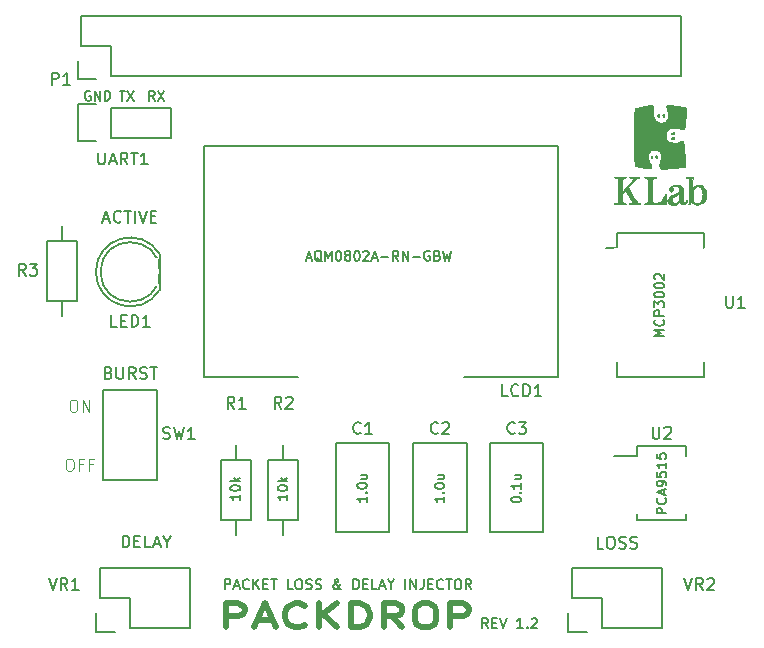
<source format=gto>
G04 #@! TF.FileFunction,Legend,Top*
%FSLAX46Y46*%
G04 Gerber Fmt 4.6, Leading zero omitted, Abs format (unit mm)*
G04 Created by KiCad (PCBNEW 4.0.5) date *
%MOMM*%
%LPD*%
G01*
G04 APERTURE LIST*
%ADD10C,0.150000*%
%ADD11C,0.500000*%
%ADD12C,0.200000*%
%ADD13C,0.100000*%
%ADD14C,0.010000*%
%ADD15C,3.100000*%
%ADD16R,2.127200X2.127200*%
%ADD17O,2.127200X2.127200*%
%ADD18R,2.127200X2.432000*%
%ADD19O,2.127200X2.432000*%
%ADD20O,2.000000X2.000000*%
%ADD21R,2.300000X2.400000*%
%ADD22C,2.300000*%
%ADD23C,1.800000*%
%ADD24C,2.398980*%
%ADD25R,1.924000X1.924000*%
%ADD26C,1.924000*%
%ADD27R,2.400000X1.000000*%
%ADD28R,1.300000X2.400000*%
%ADD29O,1.300000X2.400000*%
G04 APERTURE END LIST*
D10*
X131667695Y-106565809D02*
X130854895Y-106565809D01*
X130854895Y-106256171D01*
X130893600Y-106178762D01*
X130932305Y-106140057D01*
X131009714Y-106101352D01*
X131125829Y-106101352D01*
X131203238Y-106140057D01*
X131241943Y-106178762D01*
X131280648Y-106256171D01*
X131280648Y-106565809D01*
X131590286Y-105288552D02*
X131628990Y-105327257D01*
X131667695Y-105443371D01*
X131667695Y-105520781D01*
X131628990Y-105636895D01*
X131551581Y-105714304D01*
X131474171Y-105753009D01*
X131319352Y-105791714D01*
X131203238Y-105791714D01*
X131048419Y-105753009D01*
X130971010Y-105714304D01*
X130893600Y-105636895D01*
X130854895Y-105520781D01*
X130854895Y-105443371D01*
X130893600Y-105327257D01*
X130932305Y-105288552D01*
X131435467Y-104978914D02*
X131435467Y-104591866D01*
X131667695Y-105056323D02*
X130854895Y-104785390D01*
X131667695Y-104514457D01*
X131667695Y-104204818D02*
X131667695Y-104049999D01*
X131628990Y-103972590D01*
X131590286Y-103933885D01*
X131474171Y-103856476D01*
X131319352Y-103817771D01*
X131009714Y-103817771D01*
X130932305Y-103856476D01*
X130893600Y-103895180D01*
X130854895Y-103972590D01*
X130854895Y-104127409D01*
X130893600Y-104204818D01*
X130932305Y-104243523D01*
X131009714Y-104282228D01*
X131203238Y-104282228D01*
X131280648Y-104243523D01*
X131319352Y-104204818D01*
X131358057Y-104127409D01*
X131358057Y-103972590D01*
X131319352Y-103895180D01*
X131280648Y-103856476D01*
X131203238Y-103817771D01*
X130854895Y-103082381D02*
X130854895Y-103469428D01*
X131241943Y-103508133D01*
X131203238Y-103469428D01*
X131164533Y-103392019D01*
X131164533Y-103198495D01*
X131203238Y-103121085D01*
X131241943Y-103082381D01*
X131319352Y-103043676D01*
X131512876Y-103043676D01*
X131590286Y-103082381D01*
X131628990Y-103121085D01*
X131667695Y-103198495D01*
X131667695Y-103392019D01*
X131628990Y-103469428D01*
X131590286Y-103508133D01*
X131667695Y-102269581D02*
X131667695Y-102734038D01*
X131667695Y-102501809D02*
X130854895Y-102501809D01*
X130971010Y-102579219D01*
X131048419Y-102656628D01*
X131087124Y-102734038D01*
X130854895Y-101534191D02*
X130854895Y-101921238D01*
X131241943Y-101959943D01*
X131203238Y-101921238D01*
X131164533Y-101843829D01*
X131164533Y-101650305D01*
X131203238Y-101572895D01*
X131241943Y-101534191D01*
X131319352Y-101495486D01*
X131512876Y-101495486D01*
X131590286Y-101534191D01*
X131628990Y-101572895D01*
X131667695Y-101650305D01*
X131667695Y-101843829D01*
X131628990Y-101921238D01*
X131590286Y-101959943D01*
X131467695Y-91581923D02*
X130654895Y-91581923D01*
X131235467Y-91310990D01*
X130654895Y-91040057D01*
X131467695Y-91040057D01*
X131390286Y-90188552D02*
X131428990Y-90227257D01*
X131467695Y-90343371D01*
X131467695Y-90420781D01*
X131428990Y-90536895D01*
X131351581Y-90614304D01*
X131274171Y-90653009D01*
X131119352Y-90691714D01*
X131003238Y-90691714D01*
X130848419Y-90653009D01*
X130771010Y-90614304D01*
X130693600Y-90536895D01*
X130654895Y-90420781D01*
X130654895Y-90343371D01*
X130693600Y-90227257D01*
X130732305Y-90188552D01*
X131467695Y-89840209D02*
X130654895Y-89840209D01*
X130654895Y-89530571D01*
X130693600Y-89453162D01*
X130732305Y-89414457D01*
X130809714Y-89375752D01*
X130925829Y-89375752D01*
X131003238Y-89414457D01*
X131041943Y-89453162D01*
X131080648Y-89530571D01*
X131080648Y-89840209D01*
X130654895Y-89104819D02*
X130654895Y-88601657D01*
X130964533Y-88872590D01*
X130964533Y-88756476D01*
X131003238Y-88679066D01*
X131041943Y-88640362D01*
X131119352Y-88601657D01*
X131312876Y-88601657D01*
X131390286Y-88640362D01*
X131428990Y-88679066D01*
X131467695Y-88756476D01*
X131467695Y-88988704D01*
X131428990Y-89066114D01*
X131390286Y-89104819D01*
X130654895Y-88098495D02*
X130654895Y-88021086D01*
X130693600Y-87943676D01*
X130732305Y-87904971D01*
X130809714Y-87866267D01*
X130964533Y-87827562D01*
X131158057Y-87827562D01*
X131312876Y-87866267D01*
X131390286Y-87904971D01*
X131428990Y-87943676D01*
X131467695Y-88021086D01*
X131467695Y-88098495D01*
X131428990Y-88175905D01*
X131390286Y-88214609D01*
X131312876Y-88253314D01*
X131158057Y-88292019D01*
X130964533Y-88292019D01*
X130809714Y-88253314D01*
X130732305Y-88214609D01*
X130693600Y-88175905D01*
X130654895Y-88098495D01*
X130654895Y-87324400D02*
X130654895Y-87246991D01*
X130693600Y-87169581D01*
X130732305Y-87130876D01*
X130809714Y-87092172D01*
X130964533Y-87053467D01*
X131158057Y-87053467D01*
X131312876Y-87092172D01*
X131390286Y-87130876D01*
X131428990Y-87169581D01*
X131467695Y-87246991D01*
X131467695Y-87324400D01*
X131428990Y-87401810D01*
X131390286Y-87440514D01*
X131312876Y-87479219D01*
X131158057Y-87517924D01*
X130964533Y-87517924D01*
X130809714Y-87479219D01*
X130732305Y-87440514D01*
X130693600Y-87401810D01*
X130654895Y-87324400D01*
X130732305Y-86743829D02*
X130693600Y-86705124D01*
X130654895Y-86627715D01*
X130654895Y-86434191D01*
X130693600Y-86356781D01*
X130732305Y-86318077D01*
X130809714Y-86279372D01*
X130887124Y-86279372D01*
X131003238Y-86318077D01*
X131467695Y-86782534D01*
X131467695Y-86279372D01*
X118554895Y-105436971D02*
X118554895Y-105359562D01*
X118593600Y-105282152D01*
X118632305Y-105243447D01*
X118709714Y-105204743D01*
X118864533Y-105166038D01*
X119058057Y-105166038D01*
X119212876Y-105204743D01*
X119290286Y-105243447D01*
X119328990Y-105282152D01*
X119367695Y-105359562D01*
X119367695Y-105436971D01*
X119328990Y-105514381D01*
X119290286Y-105553085D01*
X119212876Y-105591790D01*
X119058057Y-105630495D01*
X118864533Y-105630495D01*
X118709714Y-105591790D01*
X118632305Y-105553085D01*
X118593600Y-105514381D01*
X118554895Y-105436971D01*
X119290286Y-104817695D02*
X119328990Y-104778990D01*
X119367695Y-104817695D01*
X119328990Y-104856400D01*
X119290286Y-104817695D01*
X119367695Y-104817695D01*
X119367695Y-104004895D02*
X119367695Y-104469352D01*
X119367695Y-104237123D02*
X118554895Y-104237123D01*
X118671010Y-104314533D01*
X118748419Y-104391942D01*
X118787124Y-104469352D01*
X118825829Y-103308209D02*
X119367695Y-103308209D01*
X118825829Y-103656552D02*
X119251581Y-103656552D01*
X119328990Y-103617847D01*
X119367695Y-103540438D01*
X119367695Y-103424324D01*
X119328990Y-103346914D01*
X119290286Y-103308209D01*
X112867695Y-105166038D02*
X112867695Y-105630495D01*
X112867695Y-105398266D02*
X112054895Y-105398266D01*
X112171010Y-105475676D01*
X112248419Y-105553085D01*
X112287124Y-105630495D01*
X112790286Y-104817695D02*
X112828990Y-104778990D01*
X112867695Y-104817695D01*
X112828990Y-104856400D01*
X112790286Y-104817695D01*
X112867695Y-104817695D01*
X112054895Y-104275828D02*
X112054895Y-104198419D01*
X112093600Y-104121009D01*
X112132305Y-104082304D01*
X112209714Y-104043600D01*
X112364533Y-104004895D01*
X112558057Y-104004895D01*
X112712876Y-104043600D01*
X112790286Y-104082304D01*
X112828990Y-104121009D01*
X112867695Y-104198419D01*
X112867695Y-104275828D01*
X112828990Y-104353238D01*
X112790286Y-104391942D01*
X112712876Y-104430647D01*
X112558057Y-104469352D01*
X112364533Y-104469352D01*
X112209714Y-104430647D01*
X112132305Y-104391942D01*
X112093600Y-104353238D01*
X112054895Y-104275828D01*
X112325829Y-103308209D02*
X112867695Y-103308209D01*
X112325829Y-103656552D02*
X112751581Y-103656552D01*
X112828990Y-103617847D01*
X112867695Y-103540438D01*
X112867695Y-103424324D01*
X112828990Y-103346914D01*
X112790286Y-103308209D01*
X106317695Y-105166038D02*
X106317695Y-105630495D01*
X106317695Y-105398266D02*
X105504895Y-105398266D01*
X105621010Y-105475676D01*
X105698419Y-105553085D01*
X105737124Y-105630495D01*
X106240286Y-104817695D02*
X106278990Y-104778990D01*
X106317695Y-104817695D01*
X106278990Y-104856400D01*
X106240286Y-104817695D01*
X106317695Y-104817695D01*
X105504895Y-104275828D02*
X105504895Y-104198419D01*
X105543600Y-104121009D01*
X105582305Y-104082304D01*
X105659714Y-104043600D01*
X105814533Y-104004895D01*
X106008057Y-104004895D01*
X106162876Y-104043600D01*
X106240286Y-104082304D01*
X106278990Y-104121009D01*
X106317695Y-104198419D01*
X106317695Y-104275828D01*
X106278990Y-104353238D01*
X106240286Y-104391942D01*
X106162876Y-104430647D01*
X106008057Y-104469352D01*
X105814533Y-104469352D01*
X105659714Y-104430647D01*
X105582305Y-104391942D01*
X105543600Y-104353238D01*
X105504895Y-104275828D01*
X105775829Y-103308209D02*
X106317695Y-103308209D01*
X105775829Y-103656552D02*
X106201581Y-103656552D01*
X106278990Y-103617847D01*
X106317695Y-103540438D01*
X106317695Y-103424324D01*
X106278990Y-103346914D01*
X106240286Y-103308209D01*
X99567695Y-104983809D02*
X99567695Y-105448266D01*
X99567695Y-105216037D02*
X98754895Y-105216037D01*
X98871010Y-105293447D01*
X98948419Y-105370856D01*
X98987124Y-105448266D01*
X98754895Y-104480647D02*
X98754895Y-104403238D01*
X98793600Y-104325828D01*
X98832305Y-104287123D01*
X98909714Y-104248419D01*
X99064533Y-104209714D01*
X99258057Y-104209714D01*
X99412876Y-104248419D01*
X99490286Y-104287123D01*
X99528990Y-104325828D01*
X99567695Y-104403238D01*
X99567695Y-104480647D01*
X99528990Y-104558057D01*
X99490286Y-104596761D01*
X99412876Y-104635466D01*
X99258057Y-104674171D01*
X99064533Y-104674171D01*
X98909714Y-104635466D01*
X98832305Y-104596761D01*
X98793600Y-104558057D01*
X98754895Y-104480647D01*
X99567695Y-103861371D02*
X98754895Y-103861371D01*
X99258057Y-103783962D02*
X99567695Y-103551733D01*
X99025829Y-103551733D02*
X99335467Y-103861371D01*
X95567695Y-104983809D02*
X95567695Y-105448266D01*
X95567695Y-105216037D02*
X94754895Y-105216037D01*
X94871010Y-105293447D01*
X94948419Y-105370856D01*
X94987124Y-105448266D01*
X94754895Y-104480647D02*
X94754895Y-104403238D01*
X94793600Y-104325828D01*
X94832305Y-104287123D01*
X94909714Y-104248419D01*
X95064533Y-104209714D01*
X95258057Y-104209714D01*
X95412876Y-104248419D01*
X95490286Y-104287123D01*
X95528990Y-104325828D01*
X95567695Y-104403238D01*
X95567695Y-104480647D01*
X95528990Y-104558057D01*
X95490286Y-104596761D01*
X95412876Y-104635466D01*
X95258057Y-104674171D01*
X95064533Y-104674171D01*
X94909714Y-104635466D01*
X94832305Y-104596761D01*
X94793600Y-104558057D01*
X94754895Y-104480647D01*
X95567695Y-103861371D02*
X94754895Y-103861371D01*
X95258057Y-103783962D02*
X95567695Y-103551733D01*
X95025829Y-103551733D02*
X95335467Y-103861371D01*
X116578571Y-116284524D02*
X116295238Y-115879762D01*
X116092857Y-116284524D02*
X116092857Y-115434524D01*
X116416666Y-115434524D01*
X116497619Y-115475000D01*
X116538095Y-115515476D01*
X116578571Y-115596429D01*
X116578571Y-115717857D01*
X116538095Y-115798810D01*
X116497619Y-115839286D01*
X116416666Y-115879762D01*
X116092857Y-115879762D01*
X116942857Y-115839286D02*
X117226190Y-115839286D01*
X117347619Y-116284524D02*
X116942857Y-116284524D01*
X116942857Y-115434524D01*
X117347619Y-115434524D01*
X117590476Y-115434524D02*
X117873810Y-116284524D01*
X118157143Y-115434524D01*
X119533333Y-116284524D02*
X119047619Y-116284524D01*
X119290476Y-116284524D02*
X119290476Y-115434524D01*
X119209524Y-115555952D01*
X119128571Y-115636905D01*
X119047619Y-115677381D01*
X119897619Y-116203571D02*
X119938095Y-116244048D01*
X119897619Y-116284524D01*
X119857143Y-116244048D01*
X119897619Y-116203571D01*
X119897619Y-116284524D01*
X120261905Y-115515476D02*
X120302381Y-115475000D01*
X120383333Y-115434524D01*
X120585714Y-115434524D01*
X120666667Y-115475000D01*
X120707143Y-115515476D01*
X120747619Y-115596429D01*
X120747619Y-115677381D01*
X120707143Y-115798810D01*
X120221429Y-116284524D01*
X120747619Y-116284524D01*
D11*
X94385715Y-116204762D02*
X94385715Y-114204762D01*
X95433334Y-114204762D01*
X95695239Y-114300000D01*
X95826191Y-114395238D01*
X95957143Y-114585714D01*
X95957143Y-114871429D01*
X95826191Y-115061905D01*
X95695239Y-115157143D01*
X95433334Y-115252381D01*
X94385715Y-115252381D01*
X97004763Y-115633333D02*
X98314286Y-115633333D01*
X96742858Y-116204762D02*
X97659524Y-114204762D01*
X98576191Y-116204762D01*
X101064286Y-116014286D02*
X100933334Y-116109524D01*
X100540477Y-116204762D01*
X100278572Y-116204762D01*
X99885715Y-116109524D01*
X99623810Y-115919048D01*
X99492858Y-115728571D01*
X99361906Y-115347619D01*
X99361906Y-115061905D01*
X99492858Y-114680952D01*
X99623810Y-114490476D01*
X99885715Y-114300000D01*
X100278572Y-114204762D01*
X100540477Y-114204762D01*
X100933334Y-114300000D01*
X101064286Y-114395238D01*
X102242858Y-116204762D02*
X102242858Y-114204762D01*
X103814286Y-116204762D02*
X102635715Y-115061905D01*
X103814286Y-114204762D02*
X102242858Y-115347619D01*
X104992858Y-116204762D02*
X104992858Y-114204762D01*
X105647620Y-114204762D01*
X106040477Y-114300000D01*
X106302382Y-114490476D01*
X106433334Y-114680952D01*
X106564286Y-115061905D01*
X106564286Y-115347619D01*
X106433334Y-115728571D01*
X106302382Y-115919048D01*
X106040477Y-116109524D01*
X105647620Y-116204762D01*
X104992858Y-116204762D01*
X109314286Y-116204762D02*
X108397620Y-115252381D01*
X107742858Y-116204762D02*
X107742858Y-114204762D01*
X108790477Y-114204762D01*
X109052382Y-114300000D01*
X109183334Y-114395238D01*
X109314286Y-114585714D01*
X109314286Y-114871429D01*
X109183334Y-115061905D01*
X109052382Y-115157143D01*
X108790477Y-115252381D01*
X107742858Y-115252381D01*
X111016667Y-114204762D02*
X111540477Y-114204762D01*
X111802382Y-114300000D01*
X112064286Y-114490476D01*
X112195239Y-114871429D01*
X112195239Y-115538095D01*
X112064286Y-115919048D01*
X111802382Y-116109524D01*
X111540477Y-116204762D01*
X111016667Y-116204762D01*
X110754763Y-116109524D01*
X110492858Y-115919048D01*
X110361906Y-115538095D01*
X110361906Y-114871429D01*
X110492858Y-114490476D01*
X110754763Y-114300000D01*
X111016667Y-114204762D01*
X113373810Y-116204762D02*
X113373810Y-114204762D01*
X114421429Y-114204762D01*
X114683334Y-114300000D01*
X114814286Y-114395238D01*
X114945238Y-114585714D01*
X114945238Y-114871429D01*
X114814286Y-115061905D01*
X114683334Y-115157143D01*
X114421429Y-115252381D01*
X113373810Y-115252381D01*
D10*
X94277382Y-112984524D02*
X94277382Y-112134524D01*
X94601191Y-112134524D01*
X94682144Y-112175000D01*
X94722620Y-112215476D01*
X94763096Y-112296429D01*
X94763096Y-112417857D01*
X94722620Y-112498810D01*
X94682144Y-112539286D01*
X94601191Y-112579762D01*
X94277382Y-112579762D01*
X95086906Y-112741667D02*
X95491668Y-112741667D01*
X95005953Y-112984524D02*
X95289287Y-112134524D01*
X95572620Y-112984524D01*
X96341667Y-112903571D02*
X96301191Y-112944048D01*
X96179762Y-112984524D01*
X96098810Y-112984524D01*
X95977382Y-112944048D01*
X95896429Y-112863095D01*
X95855953Y-112782143D01*
X95815477Y-112620238D01*
X95815477Y-112498810D01*
X95855953Y-112336905D01*
X95896429Y-112255952D01*
X95977382Y-112175000D01*
X96098810Y-112134524D01*
X96179762Y-112134524D01*
X96301191Y-112175000D01*
X96341667Y-112215476D01*
X96705953Y-112984524D02*
X96705953Y-112134524D01*
X97191667Y-112984524D02*
X96827382Y-112498810D01*
X97191667Y-112134524D02*
X96705953Y-112620238D01*
X97555953Y-112539286D02*
X97839286Y-112539286D01*
X97960715Y-112984524D02*
X97555953Y-112984524D01*
X97555953Y-112134524D01*
X97960715Y-112134524D01*
X98203572Y-112134524D02*
X98689287Y-112134524D01*
X98446430Y-112984524D02*
X98446430Y-112134524D01*
X100025001Y-112984524D02*
X99620239Y-112984524D01*
X99620239Y-112134524D01*
X100470239Y-112134524D02*
X100632143Y-112134524D01*
X100713096Y-112175000D01*
X100794048Y-112255952D01*
X100834524Y-112417857D01*
X100834524Y-112701190D01*
X100794048Y-112863095D01*
X100713096Y-112944048D01*
X100632143Y-112984524D01*
X100470239Y-112984524D01*
X100389286Y-112944048D01*
X100308334Y-112863095D01*
X100267858Y-112701190D01*
X100267858Y-112417857D01*
X100308334Y-112255952D01*
X100389286Y-112175000D01*
X100470239Y-112134524D01*
X101158334Y-112944048D02*
X101279762Y-112984524D01*
X101482143Y-112984524D01*
X101563096Y-112944048D01*
X101603572Y-112903571D01*
X101644048Y-112822619D01*
X101644048Y-112741667D01*
X101603572Y-112660714D01*
X101563096Y-112620238D01*
X101482143Y-112579762D01*
X101320239Y-112539286D01*
X101239286Y-112498810D01*
X101198810Y-112458333D01*
X101158334Y-112377381D01*
X101158334Y-112296429D01*
X101198810Y-112215476D01*
X101239286Y-112175000D01*
X101320239Y-112134524D01*
X101522619Y-112134524D01*
X101644048Y-112175000D01*
X101967858Y-112944048D02*
X102089286Y-112984524D01*
X102291667Y-112984524D01*
X102372620Y-112944048D01*
X102413096Y-112903571D01*
X102453572Y-112822619D01*
X102453572Y-112741667D01*
X102413096Y-112660714D01*
X102372620Y-112620238D01*
X102291667Y-112579762D01*
X102129763Y-112539286D01*
X102048810Y-112498810D01*
X102008334Y-112458333D01*
X101967858Y-112377381D01*
X101967858Y-112296429D01*
X102008334Y-112215476D01*
X102048810Y-112175000D01*
X102129763Y-112134524D01*
X102332143Y-112134524D01*
X102453572Y-112175000D01*
X104153572Y-112984524D02*
X104113096Y-112984524D01*
X104032144Y-112944048D01*
X103910715Y-112822619D01*
X103708334Y-112579762D01*
X103627382Y-112458333D01*
X103586906Y-112336905D01*
X103586906Y-112255952D01*
X103627382Y-112175000D01*
X103708334Y-112134524D01*
X103748810Y-112134524D01*
X103829763Y-112175000D01*
X103870239Y-112255952D01*
X103870239Y-112296429D01*
X103829763Y-112377381D01*
X103789286Y-112417857D01*
X103546429Y-112579762D01*
X103505953Y-112620238D01*
X103465477Y-112701190D01*
X103465477Y-112822619D01*
X103505953Y-112903571D01*
X103546429Y-112944048D01*
X103627382Y-112984524D01*
X103748810Y-112984524D01*
X103829763Y-112944048D01*
X103870239Y-112903571D01*
X103991667Y-112741667D01*
X104032144Y-112620238D01*
X104032144Y-112539286D01*
X105165477Y-112984524D02*
X105165477Y-112134524D01*
X105367858Y-112134524D01*
X105489286Y-112175000D01*
X105570239Y-112255952D01*
X105610715Y-112336905D01*
X105651191Y-112498810D01*
X105651191Y-112620238D01*
X105610715Y-112782143D01*
X105570239Y-112863095D01*
X105489286Y-112944048D01*
X105367858Y-112984524D01*
X105165477Y-112984524D01*
X106015477Y-112539286D02*
X106298810Y-112539286D01*
X106420239Y-112984524D02*
X106015477Y-112984524D01*
X106015477Y-112134524D01*
X106420239Y-112134524D01*
X107189287Y-112984524D02*
X106784525Y-112984524D01*
X106784525Y-112134524D01*
X107432144Y-112741667D02*
X107836906Y-112741667D01*
X107351191Y-112984524D02*
X107634525Y-112134524D01*
X107917858Y-112984524D01*
X108363096Y-112579762D02*
X108363096Y-112984524D01*
X108079762Y-112134524D02*
X108363096Y-112579762D01*
X108646429Y-112134524D01*
X109577381Y-112984524D02*
X109577381Y-112134524D01*
X109982143Y-112984524D02*
X109982143Y-112134524D01*
X110467857Y-112984524D01*
X110467857Y-112134524D01*
X111115476Y-112134524D02*
X111115476Y-112741667D01*
X111075000Y-112863095D01*
X110994048Y-112944048D01*
X110872619Y-112984524D01*
X110791667Y-112984524D01*
X111520238Y-112539286D02*
X111803571Y-112539286D01*
X111925000Y-112984524D02*
X111520238Y-112984524D01*
X111520238Y-112134524D01*
X111925000Y-112134524D01*
X112775000Y-112903571D02*
X112734524Y-112944048D01*
X112613095Y-112984524D01*
X112532143Y-112984524D01*
X112410715Y-112944048D01*
X112329762Y-112863095D01*
X112289286Y-112782143D01*
X112248810Y-112620238D01*
X112248810Y-112498810D01*
X112289286Y-112336905D01*
X112329762Y-112255952D01*
X112410715Y-112175000D01*
X112532143Y-112134524D01*
X112613095Y-112134524D01*
X112734524Y-112175000D01*
X112775000Y-112215476D01*
X113017857Y-112134524D02*
X113503572Y-112134524D01*
X113260715Y-112984524D02*
X113260715Y-112134524D01*
X113948810Y-112134524D02*
X114110714Y-112134524D01*
X114191667Y-112175000D01*
X114272619Y-112255952D01*
X114313095Y-112417857D01*
X114313095Y-112701190D01*
X114272619Y-112863095D01*
X114191667Y-112944048D01*
X114110714Y-112984524D01*
X113948810Y-112984524D01*
X113867857Y-112944048D01*
X113786905Y-112863095D01*
X113746429Y-112701190D01*
X113746429Y-112417857D01*
X113786905Y-112255952D01*
X113867857Y-112175000D01*
X113948810Y-112134524D01*
X115163095Y-112984524D02*
X114879762Y-112579762D01*
X114677381Y-112984524D02*
X114677381Y-112134524D01*
X115001190Y-112134524D01*
X115082143Y-112175000D01*
X115122619Y-112215476D01*
X115163095Y-112296429D01*
X115163095Y-112417857D01*
X115122619Y-112498810D01*
X115082143Y-112539286D01*
X115001190Y-112579762D01*
X114677381Y-112579762D01*
D12*
X126333334Y-109552381D02*
X125857143Y-109552381D01*
X125857143Y-108552381D01*
X126857143Y-108552381D02*
X127047620Y-108552381D01*
X127142858Y-108600000D01*
X127238096Y-108695238D01*
X127285715Y-108885714D01*
X127285715Y-109219048D01*
X127238096Y-109409524D01*
X127142858Y-109504762D01*
X127047620Y-109552381D01*
X126857143Y-109552381D01*
X126761905Y-109504762D01*
X126666667Y-109409524D01*
X126619048Y-109219048D01*
X126619048Y-108885714D01*
X126666667Y-108695238D01*
X126761905Y-108600000D01*
X126857143Y-108552381D01*
X127666667Y-109504762D02*
X127809524Y-109552381D01*
X128047620Y-109552381D01*
X128142858Y-109504762D01*
X128190477Y-109457143D01*
X128238096Y-109361905D01*
X128238096Y-109266667D01*
X128190477Y-109171429D01*
X128142858Y-109123810D01*
X128047620Y-109076190D01*
X127857143Y-109028571D01*
X127761905Y-108980952D01*
X127714286Y-108933333D01*
X127666667Y-108838095D01*
X127666667Y-108742857D01*
X127714286Y-108647619D01*
X127761905Y-108600000D01*
X127857143Y-108552381D01*
X128095239Y-108552381D01*
X128238096Y-108600000D01*
X128619048Y-109504762D02*
X128761905Y-109552381D01*
X129000001Y-109552381D01*
X129095239Y-109504762D01*
X129142858Y-109457143D01*
X129190477Y-109361905D01*
X129190477Y-109266667D01*
X129142858Y-109171429D01*
X129095239Y-109123810D01*
X129000001Y-109076190D01*
X128809524Y-109028571D01*
X128714286Y-108980952D01*
X128666667Y-108933333D01*
X128619048Y-108838095D01*
X128619048Y-108742857D01*
X128666667Y-108647619D01*
X128714286Y-108600000D01*
X128809524Y-108552381D01*
X129047620Y-108552381D01*
X129190477Y-108600000D01*
X85623809Y-109452381D02*
X85623809Y-108452381D01*
X85861904Y-108452381D01*
X86004762Y-108500000D01*
X86100000Y-108595238D01*
X86147619Y-108690476D01*
X86195238Y-108880952D01*
X86195238Y-109023810D01*
X86147619Y-109214286D01*
X86100000Y-109309524D01*
X86004762Y-109404762D01*
X85861904Y-109452381D01*
X85623809Y-109452381D01*
X86623809Y-108928571D02*
X86957143Y-108928571D01*
X87100000Y-109452381D02*
X86623809Y-109452381D01*
X86623809Y-108452381D01*
X87100000Y-108452381D01*
X88004762Y-109452381D02*
X87528571Y-109452381D01*
X87528571Y-108452381D01*
X88290476Y-109166667D02*
X88766667Y-109166667D01*
X88195238Y-109452381D02*
X88528571Y-108452381D01*
X88861905Y-109452381D01*
X89385714Y-108976190D02*
X89385714Y-109452381D01*
X89052381Y-108452381D02*
X89385714Y-108976190D01*
X89719048Y-108452381D01*
X84011905Y-81666667D02*
X84488096Y-81666667D01*
X83916667Y-81952381D02*
X84250000Y-80952381D01*
X84583334Y-81952381D01*
X85488096Y-81857143D02*
X85440477Y-81904762D01*
X85297620Y-81952381D01*
X85202382Y-81952381D01*
X85059524Y-81904762D01*
X84964286Y-81809524D01*
X84916667Y-81714286D01*
X84869048Y-81523810D01*
X84869048Y-81380952D01*
X84916667Y-81190476D01*
X84964286Y-81095238D01*
X85059524Y-81000000D01*
X85202382Y-80952381D01*
X85297620Y-80952381D01*
X85440477Y-81000000D01*
X85488096Y-81047619D01*
X85773810Y-80952381D02*
X86345239Y-80952381D01*
X86059524Y-81952381D02*
X86059524Y-80952381D01*
X86678572Y-81952381D02*
X86678572Y-80952381D01*
X87011905Y-80952381D02*
X87345238Y-81952381D01*
X87678572Y-80952381D01*
X88011905Y-81428571D02*
X88345239Y-81428571D01*
X88488096Y-81952381D02*
X88011905Y-81952381D01*
X88011905Y-80952381D01*
X88488096Y-80952381D01*
X84440477Y-94678571D02*
X84583334Y-94726190D01*
X84630953Y-94773810D01*
X84678572Y-94869048D01*
X84678572Y-95011905D01*
X84630953Y-95107143D01*
X84583334Y-95154762D01*
X84488096Y-95202381D01*
X84107143Y-95202381D01*
X84107143Y-94202381D01*
X84440477Y-94202381D01*
X84535715Y-94250000D01*
X84583334Y-94297619D01*
X84630953Y-94392857D01*
X84630953Y-94488095D01*
X84583334Y-94583333D01*
X84535715Y-94630952D01*
X84440477Y-94678571D01*
X84107143Y-94678571D01*
X85107143Y-94202381D02*
X85107143Y-95011905D01*
X85154762Y-95107143D01*
X85202381Y-95154762D01*
X85297619Y-95202381D01*
X85488096Y-95202381D01*
X85583334Y-95154762D01*
X85630953Y-95107143D01*
X85678572Y-95011905D01*
X85678572Y-94202381D01*
X86726191Y-95202381D02*
X86392857Y-94726190D01*
X86154762Y-95202381D02*
X86154762Y-94202381D01*
X86535715Y-94202381D01*
X86630953Y-94250000D01*
X86678572Y-94297619D01*
X86726191Y-94392857D01*
X86726191Y-94535714D01*
X86678572Y-94630952D01*
X86630953Y-94678571D01*
X86535715Y-94726190D01*
X86154762Y-94726190D01*
X87107143Y-95154762D02*
X87250000Y-95202381D01*
X87488096Y-95202381D01*
X87583334Y-95154762D01*
X87630953Y-95107143D01*
X87678572Y-95011905D01*
X87678572Y-94916667D01*
X87630953Y-94821429D01*
X87583334Y-94773810D01*
X87488096Y-94726190D01*
X87297619Y-94678571D01*
X87202381Y-94630952D01*
X87154762Y-94583333D01*
X87107143Y-94488095D01*
X87107143Y-94392857D01*
X87154762Y-94297619D01*
X87202381Y-94250000D01*
X87297619Y-94202381D01*
X87535715Y-94202381D01*
X87678572Y-94250000D01*
X87964286Y-94202381D02*
X88535715Y-94202381D01*
X88250000Y-95202381D02*
X88250000Y-94202381D01*
D13*
X81047619Y-101952381D02*
X81238096Y-101952381D01*
X81333334Y-102000000D01*
X81428572Y-102095238D01*
X81476191Y-102285714D01*
X81476191Y-102619048D01*
X81428572Y-102809524D01*
X81333334Y-102904762D01*
X81238096Y-102952381D01*
X81047619Y-102952381D01*
X80952381Y-102904762D01*
X80857143Y-102809524D01*
X80809524Y-102619048D01*
X80809524Y-102285714D01*
X80857143Y-102095238D01*
X80952381Y-102000000D01*
X81047619Y-101952381D01*
X82238096Y-102428571D02*
X81904762Y-102428571D01*
X81904762Y-102952381D02*
X81904762Y-101952381D01*
X82380953Y-101952381D01*
X83095239Y-102428571D02*
X82761905Y-102428571D01*
X82761905Y-102952381D02*
X82761905Y-101952381D01*
X83238096Y-101952381D01*
X81380952Y-96952381D02*
X81571429Y-96952381D01*
X81666667Y-97000000D01*
X81761905Y-97095238D01*
X81809524Y-97285714D01*
X81809524Y-97619048D01*
X81761905Y-97809524D01*
X81666667Y-97904762D01*
X81571429Y-97952381D01*
X81380952Y-97952381D01*
X81285714Y-97904762D01*
X81190476Y-97809524D01*
X81142857Y-97619048D01*
X81142857Y-97285714D01*
X81190476Y-97095238D01*
X81285714Y-97000000D01*
X81380952Y-96952381D01*
X82238095Y-97952381D02*
X82238095Y-96952381D01*
X82809524Y-97952381D01*
X82809524Y-96952381D01*
D10*
X101204000Y-84935467D02*
X101591048Y-84935467D01*
X101126591Y-85167695D02*
X101397524Y-84354895D01*
X101668457Y-85167695D01*
X102481257Y-85245105D02*
X102403848Y-85206400D01*
X102326438Y-85128990D01*
X102210324Y-85012876D01*
X102132915Y-84974171D01*
X102055505Y-84974171D01*
X102094210Y-85167695D02*
X102016800Y-85128990D01*
X101939391Y-85051581D01*
X101900686Y-84896762D01*
X101900686Y-84625829D01*
X101939391Y-84471010D01*
X102016800Y-84393600D01*
X102094210Y-84354895D01*
X102249029Y-84354895D01*
X102326438Y-84393600D01*
X102403848Y-84471010D01*
X102442553Y-84625829D01*
X102442553Y-84896762D01*
X102403848Y-85051581D01*
X102326438Y-85128990D01*
X102249029Y-85167695D01*
X102094210Y-85167695D01*
X102790896Y-85167695D02*
X102790896Y-84354895D01*
X103061829Y-84935467D01*
X103332762Y-84354895D01*
X103332762Y-85167695D01*
X103874629Y-84354895D02*
X103952038Y-84354895D01*
X104029448Y-84393600D01*
X104068153Y-84432305D01*
X104106857Y-84509714D01*
X104145562Y-84664533D01*
X104145562Y-84858057D01*
X104106857Y-85012876D01*
X104068153Y-85090286D01*
X104029448Y-85128990D01*
X103952038Y-85167695D01*
X103874629Y-85167695D01*
X103797219Y-85128990D01*
X103758515Y-85090286D01*
X103719810Y-85012876D01*
X103681105Y-84858057D01*
X103681105Y-84664533D01*
X103719810Y-84509714D01*
X103758515Y-84432305D01*
X103797219Y-84393600D01*
X103874629Y-84354895D01*
X104610019Y-84703238D02*
X104532610Y-84664533D01*
X104493905Y-84625829D01*
X104455200Y-84548419D01*
X104455200Y-84509714D01*
X104493905Y-84432305D01*
X104532610Y-84393600D01*
X104610019Y-84354895D01*
X104764838Y-84354895D01*
X104842248Y-84393600D01*
X104880952Y-84432305D01*
X104919657Y-84509714D01*
X104919657Y-84548419D01*
X104880952Y-84625829D01*
X104842248Y-84664533D01*
X104764838Y-84703238D01*
X104610019Y-84703238D01*
X104532610Y-84741943D01*
X104493905Y-84780648D01*
X104455200Y-84858057D01*
X104455200Y-85012876D01*
X104493905Y-85090286D01*
X104532610Y-85128990D01*
X104610019Y-85167695D01*
X104764838Y-85167695D01*
X104842248Y-85128990D01*
X104880952Y-85090286D01*
X104919657Y-85012876D01*
X104919657Y-84858057D01*
X104880952Y-84780648D01*
X104842248Y-84741943D01*
X104764838Y-84703238D01*
X105422819Y-84354895D02*
X105500228Y-84354895D01*
X105577638Y-84393600D01*
X105616343Y-84432305D01*
X105655047Y-84509714D01*
X105693752Y-84664533D01*
X105693752Y-84858057D01*
X105655047Y-85012876D01*
X105616343Y-85090286D01*
X105577638Y-85128990D01*
X105500228Y-85167695D01*
X105422819Y-85167695D01*
X105345409Y-85128990D01*
X105306705Y-85090286D01*
X105268000Y-85012876D01*
X105229295Y-84858057D01*
X105229295Y-84664533D01*
X105268000Y-84509714D01*
X105306705Y-84432305D01*
X105345409Y-84393600D01*
X105422819Y-84354895D01*
X106003390Y-84432305D02*
X106042095Y-84393600D01*
X106119504Y-84354895D01*
X106313028Y-84354895D01*
X106390438Y-84393600D01*
X106429142Y-84432305D01*
X106467847Y-84509714D01*
X106467847Y-84587124D01*
X106429142Y-84703238D01*
X105964685Y-85167695D01*
X106467847Y-85167695D01*
X106777485Y-84935467D02*
X107164533Y-84935467D01*
X106700076Y-85167695D02*
X106971009Y-84354895D01*
X107241942Y-85167695D01*
X107512876Y-84858057D02*
X108132152Y-84858057D01*
X108983657Y-85167695D02*
X108712724Y-84780648D01*
X108519200Y-85167695D02*
X108519200Y-84354895D01*
X108828838Y-84354895D01*
X108906247Y-84393600D01*
X108944952Y-84432305D01*
X108983657Y-84509714D01*
X108983657Y-84625829D01*
X108944952Y-84703238D01*
X108906247Y-84741943D01*
X108828838Y-84780648D01*
X108519200Y-84780648D01*
X109332000Y-85167695D02*
X109332000Y-84354895D01*
X109796457Y-85167695D01*
X109796457Y-84354895D01*
X110183505Y-84858057D02*
X110802781Y-84858057D01*
X111615581Y-84393600D02*
X111538172Y-84354895D01*
X111422057Y-84354895D01*
X111305943Y-84393600D01*
X111228534Y-84471010D01*
X111189829Y-84548419D01*
X111151124Y-84703238D01*
X111151124Y-84819352D01*
X111189829Y-84974171D01*
X111228534Y-85051581D01*
X111305943Y-85128990D01*
X111422057Y-85167695D01*
X111499467Y-85167695D01*
X111615581Y-85128990D01*
X111654286Y-85090286D01*
X111654286Y-84819352D01*
X111499467Y-84819352D01*
X112273562Y-84741943D02*
X112389676Y-84780648D01*
X112428381Y-84819352D01*
X112467086Y-84896762D01*
X112467086Y-85012876D01*
X112428381Y-85090286D01*
X112389676Y-85128990D01*
X112312267Y-85167695D01*
X112002629Y-85167695D01*
X112002629Y-84354895D01*
X112273562Y-84354895D01*
X112350972Y-84393600D01*
X112389676Y-84432305D01*
X112428381Y-84509714D01*
X112428381Y-84587124D01*
X112389676Y-84664533D01*
X112350972Y-84703238D01*
X112273562Y-84741943D01*
X112002629Y-84741943D01*
X112738019Y-84354895D02*
X112931543Y-85167695D01*
X113086362Y-84587124D01*
X113241181Y-85167695D01*
X113434705Y-84354895D01*
X82880724Y-70843600D02*
X82803315Y-70804895D01*
X82687200Y-70804895D01*
X82571086Y-70843600D01*
X82493677Y-70921010D01*
X82454972Y-70998419D01*
X82416267Y-71153238D01*
X82416267Y-71269352D01*
X82454972Y-71424171D01*
X82493677Y-71501581D01*
X82571086Y-71578990D01*
X82687200Y-71617695D01*
X82764610Y-71617695D01*
X82880724Y-71578990D01*
X82919429Y-71540286D01*
X82919429Y-71269352D01*
X82764610Y-71269352D01*
X83267772Y-71617695D02*
X83267772Y-70804895D01*
X83732229Y-71617695D01*
X83732229Y-70804895D01*
X84119277Y-71617695D02*
X84119277Y-70804895D01*
X84312801Y-70804895D01*
X84428915Y-70843600D01*
X84506324Y-70921010D01*
X84545029Y-70998419D01*
X84583734Y-71153238D01*
X84583734Y-71269352D01*
X84545029Y-71424171D01*
X84506324Y-71501581D01*
X84428915Y-71578990D01*
X84312801Y-71617695D01*
X84119277Y-71617695D01*
X88364534Y-71617695D02*
X88093601Y-71230648D01*
X87900077Y-71617695D02*
X87900077Y-70804895D01*
X88209715Y-70804895D01*
X88287124Y-70843600D01*
X88325829Y-70882305D01*
X88364534Y-70959714D01*
X88364534Y-71075829D01*
X88325829Y-71153238D01*
X88287124Y-71191943D01*
X88209715Y-71230648D01*
X87900077Y-71230648D01*
X88635467Y-70804895D02*
X89177334Y-71617695D01*
X89177334Y-70804895D02*
X88635467Y-71617695D01*
X85380725Y-70804895D02*
X85845182Y-70804895D01*
X85612953Y-71617695D02*
X85612953Y-70804895D01*
X86038705Y-70804895D02*
X86580572Y-71617695D01*
X86580572Y-70804895D02*
X86038705Y-71617695D01*
X132900000Y-64460000D02*
X82100000Y-64460000D01*
X84640000Y-69540000D02*
X132900000Y-69540000D01*
X132900000Y-64460000D02*
X132900000Y-69540000D01*
X82100000Y-64460000D02*
X82100000Y-67000000D01*
X81820000Y-68270000D02*
X81820000Y-69820000D01*
X82100000Y-67000000D02*
X84640000Y-67000000D01*
X84640000Y-67000000D02*
X84640000Y-69540000D01*
X81820000Y-69820000D02*
X83370000Y-69820000D01*
X84690000Y-74770000D02*
X89770000Y-74770000D01*
X89770000Y-74770000D02*
X89770000Y-72230000D01*
X89770000Y-72230000D02*
X84690000Y-72230000D01*
X81870000Y-71950000D02*
X83420000Y-71950000D01*
X84690000Y-72230000D02*
X84690000Y-74770000D01*
X83420000Y-75050000D02*
X81870000Y-75050000D01*
X81870000Y-75050000D02*
X81870000Y-71950000D01*
X127515000Y-82835000D02*
X127515000Y-84105000D01*
X134865000Y-82835000D02*
X134865000Y-84105000D01*
X134865000Y-95045000D02*
X134865000Y-93775000D01*
X127515000Y-95045000D02*
X127515000Y-93775000D01*
X127515000Y-82835000D02*
X134865000Y-82835000D01*
X127515000Y-95045000D02*
X134865000Y-95045000D01*
X127515000Y-84105000D02*
X126580000Y-84105000D01*
X88762488Y-84604196D02*
G75*
G03X88777600Y-87629100I-2484888J-1524904D01*
G01*
X88777600Y-84629100D02*
X88777600Y-87629100D01*
X88795536Y-86129100D02*
G75*
G03X88795536Y-86129100I-2517936J0D01*
G01*
X103700000Y-108150000D02*
X103700000Y-100650000D01*
X103700000Y-100650000D02*
X108200000Y-100650000D01*
X108200000Y-100650000D02*
X108200000Y-108150000D01*
X108200000Y-108150000D02*
X103700000Y-108150000D01*
X110250000Y-108150000D02*
X110250000Y-100650000D01*
X110250000Y-100650000D02*
X114750000Y-100650000D01*
X114750000Y-100650000D02*
X114750000Y-108150000D01*
X114750000Y-108150000D02*
X110250000Y-108150000D01*
X116750000Y-108150000D02*
X116750000Y-100650000D01*
X116750000Y-100650000D02*
X121250000Y-100650000D01*
X121250000Y-100650000D02*
X121250000Y-108150000D01*
X121250000Y-108150000D02*
X116750000Y-108150000D01*
X93980000Y-107120000D02*
X93980000Y-102040000D01*
X93980000Y-102040000D02*
X96520000Y-102040000D01*
X96520000Y-102040000D02*
X96520000Y-107120000D01*
X96520000Y-107120000D02*
X93980000Y-107120000D01*
X95250000Y-107120000D02*
X95250000Y-108390000D01*
X95250000Y-102040000D02*
X95250000Y-100770000D01*
X97980000Y-107120000D02*
X97980000Y-102040000D01*
X97980000Y-102040000D02*
X100520000Y-102040000D01*
X100520000Y-102040000D02*
X100520000Y-107120000D01*
X100520000Y-107120000D02*
X97980000Y-107120000D01*
X99250000Y-107120000D02*
X99250000Y-108390000D01*
X99250000Y-102040000D02*
X99250000Y-100770000D01*
X81731000Y-83500200D02*
X81731000Y-88580200D01*
X81731000Y-88580200D02*
X79191000Y-88580200D01*
X79191000Y-88580200D02*
X79191000Y-83500200D01*
X79191000Y-83500200D02*
X81731000Y-83500200D01*
X80461000Y-83500200D02*
X80461000Y-82230200D01*
X80461000Y-88580200D02*
X80461000Y-89850200D01*
X86230000Y-116310000D02*
X91310000Y-116310000D01*
X83410000Y-116590000D02*
X83410000Y-115040000D01*
X83690000Y-113770000D02*
X86230000Y-113770000D01*
X86230000Y-113770000D02*
X86230000Y-116310000D01*
X91310000Y-116310000D02*
X91310000Y-111230000D01*
X91310000Y-111230000D02*
X86230000Y-111230000D01*
X83410000Y-116590000D02*
X84960000Y-116590000D01*
X83690000Y-111230000D02*
X83690000Y-113770000D01*
X86230000Y-111230000D02*
X83690000Y-111230000D01*
X126190000Y-116310000D02*
X131270000Y-116310000D01*
X123370000Y-116590000D02*
X123370000Y-115040000D01*
X123650000Y-113770000D02*
X126190000Y-113770000D01*
X126190000Y-113770000D02*
X126190000Y-116310000D01*
X131270000Y-116310000D02*
X131270000Y-111230000D01*
X131270000Y-111230000D02*
X126190000Y-111230000D01*
X123370000Y-116590000D02*
X124920000Y-116590000D01*
X123650000Y-111230000D02*
X123650000Y-113770000D01*
X126190000Y-111230000D02*
X123650000Y-111230000D01*
X88516000Y-103770000D02*
X83944000Y-103770000D01*
X88516000Y-96150000D02*
X83944000Y-96150000D01*
X88516000Y-96150000D02*
X88516000Y-103770000D01*
X83944000Y-103770000D02*
X83944000Y-96150000D01*
X129183480Y-100881680D02*
X129183480Y-101706680D01*
X133333480Y-100881680D02*
X133333480Y-101801680D01*
X133333480Y-107131680D02*
X133333480Y-106661680D01*
X129183480Y-107131680D02*
X129183480Y-106661680D01*
X129183480Y-100881680D02*
X133333480Y-100881680D01*
X129183480Y-107131680D02*
X133333480Y-107131680D01*
X129183480Y-101706680D02*
X127233480Y-101706680D01*
D14*
G36*
X132552888Y-78767550D02*
X132737860Y-78792159D01*
X132875786Y-78836033D01*
X132973641Y-78902078D01*
X133021943Y-78962913D01*
X133042140Y-79000531D01*
X133056945Y-79043373D01*
X133067184Y-79100423D01*
X133073682Y-79180664D01*
X133077265Y-79293080D01*
X133078760Y-79446656D01*
X133079005Y-79583663D01*
X133080479Y-79755395D01*
X133084508Y-79911770D01*
X133090614Y-80042375D01*
X133098317Y-80136795D01*
X133106635Y-80183385D01*
X133148815Y-80243852D01*
X133203414Y-80256552D01*
X133260231Y-80225431D01*
X133309066Y-80154434D01*
X133329552Y-80097143D01*
X133357458Y-80032219D01*
X133388611Y-80008586D01*
X133411972Y-80029409D01*
X133417778Y-80071837D01*
X133393069Y-80190652D01*
X133327465Y-80298391D01*
X133233746Y-80379051D01*
X133144683Y-80413797D01*
X133027165Y-80412962D01*
X132926743Y-80370445D01*
X132855467Y-80294915D01*
X132825389Y-80195042D01*
X132825111Y-80183894D01*
X132813830Y-80146213D01*
X132783405Y-80157104D01*
X132738960Y-80214182D01*
X132730619Y-80227900D01*
X132650198Y-80314291D01*
X132530441Y-80381904D01*
X132386689Y-80425964D01*
X132234289Y-80441691D01*
X132094799Y-80425873D01*
X131950103Y-80363516D01*
X131839634Y-80256445D01*
X131798414Y-80187700D01*
X131762749Y-80066058D01*
X131766428Y-80041381D01*
X132119555Y-80041381D01*
X132142342Y-80162957D01*
X132204802Y-80250704D01*
X132298090Y-80299634D01*
X132413359Y-80304758D01*
X132524512Y-80269760D01*
X132597962Y-80218365D01*
X132669277Y-80143792D01*
X132684000Y-80123727D01*
X132720149Y-80061946D01*
X132743008Y-79994793D01*
X132756406Y-79905472D01*
X132764174Y-79777190D01*
X132764419Y-79771078D01*
X132767516Y-79640446D01*
X132759154Y-79560139D01*
X132731596Y-79524164D01*
X132677108Y-79526526D01*
X132587953Y-79561228D01*
X132528778Y-79588452D01*
X132360210Y-79684659D01*
X132232465Y-79794610D01*
X132150602Y-79912705D01*
X132119682Y-80033345D01*
X132119555Y-80041381D01*
X131766428Y-80041381D01*
X131780036Y-79950125D01*
X131850900Y-79839305D01*
X131975963Y-79733001D01*
X132155849Y-79630614D01*
X132391180Y-79531549D01*
X132535833Y-79481096D01*
X132768667Y-79404476D01*
X132768667Y-79194712D01*
X132767561Y-79086754D01*
X132760737Y-79019901D01*
X132742930Y-78978816D01*
X132708876Y-78948162D01*
X132676944Y-78927449D01*
X132614294Y-78895841D01*
X132543009Y-78880039D01*
X132444021Y-78876913D01*
X132381519Y-78878977D01*
X132244470Y-78891462D01*
X132159716Y-78914067D01*
X132128335Y-78946165D01*
X132151407Y-78987131D01*
X132170094Y-79001751D01*
X132222075Y-79066527D01*
X132231784Y-79145767D01*
X132205216Y-79224675D01*
X132148370Y-79288460D01*
X132067244Y-79322329D01*
X132039263Y-79324444D01*
X131948732Y-79300195D01*
X131888768Y-79232342D01*
X131865635Y-79128225D01*
X131865555Y-79120895D01*
X131875514Y-79047431D01*
X131913060Y-78983735D01*
X131972679Y-78923788D01*
X132110383Y-78830403D01*
X132275054Y-78777635D01*
X132473630Y-78763614D01*
X132552888Y-78767550D01*
X132552888Y-78767550D01*
G37*
X132552888Y-78767550D02*
X132737860Y-78792159D01*
X132875786Y-78836033D01*
X132973641Y-78902078D01*
X133021943Y-78962913D01*
X133042140Y-79000531D01*
X133056945Y-79043373D01*
X133067184Y-79100423D01*
X133073682Y-79180664D01*
X133077265Y-79293080D01*
X133078760Y-79446656D01*
X133079005Y-79583663D01*
X133080479Y-79755395D01*
X133084508Y-79911770D01*
X133090614Y-80042375D01*
X133098317Y-80136795D01*
X133106635Y-80183385D01*
X133148815Y-80243852D01*
X133203414Y-80256552D01*
X133260231Y-80225431D01*
X133309066Y-80154434D01*
X133329552Y-80097143D01*
X133357458Y-80032219D01*
X133388611Y-80008586D01*
X133411972Y-80029409D01*
X133417778Y-80071837D01*
X133393069Y-80190652D01*
X133327465Y-80298391D01*
X133233746Y-80379051D01*
X133144683Y-80413797D01*
X133027165Y-80412962D01*
X132926743Y-80370445D01*
X132855467Y-80294915D01*
X132825389Y-80195042D01*
X132825111Y-80183894D01*
X132813830Y-80146213D01*
X132783405Y-80157104D01*
X132738960Y-80214182D01*
X132730619Y-80227900D01*
X132650198Y-80314291D01*
X132530441Y-80381904D01*
X132386689Y-80425964D01*
X132234289Y-80441691D01*
X132094799Y-80425873D01*
X131950103Y-80363516D01*
X131839634Y-80256445D01*
X131798414Y-80187700D01*
X131762749Y-80066058D01*
X131766428Y-80041381D01*
X132119555Y-80041381D01*
X132142342Y-80162957D01*
X132204802Y-80250704D01*
X132298090Y-80299634D01*
X132413359Y-80304758D01*
X132524512Y-80269760D01*
X132597962Y-80218365D01*
X132669277Y-80143792D01*
X132684000Y-80123727D01*
X132720149Y-80061946D01*
X132743008Y-79994793D01*
X132756406Y-79905472D01*
X132764174Y-79777190D01*
X132764419Y-79771078D01*
X132767516Y-79640446D01*
X132759154Y-79560139D01*
X132731596Y-79524164D01*
X132677108Y-79526526D01*
X132587953Y-79561228D01*
X132528778Y-79588452D01*
X132360210Y-79684659D01*
X132232465Y-79794610D01*
X132150602Y-79912705D01*
X132119682Y-80033345D01*
X132119555Y-80041381D01*
X131766428Y-80041381D01*
X131780036Y-79950125D01*
X131850900Y-79839305D01*
X131975963Y-79733001D01*
X132155849Y-79630614D01*
X132391180Y-79531549D01*
X132535833Y-79481096D01*
X132768667Y-79404476D01*
X132768667Y-79194712D01*
X132767561Y-79086754D01*
X132760737Y-79019901D01*
X132742930Y-78978816D01*
X132708876Y-78948162D01*
X132676944Y-78927449D01*
X132614294Y-78895841D01*
X132543009Y-78880039D01*
X132444021Y-78876913D01*
X132381519Y-78878977D01*
X132244470Y-78891462D01*
X132159716Y-78914067D01*
X132128335Y-78946165D01*
X132151407Y-78987131D01*
X132170094Y-79001751D01*
X132222075Y-79066527D01*
X132231784Y-79145767D01*
X132205216Y-79224675D01*
X132148370Y-79288460D01*
X132067244Y-79322329D01*
X132039263Y-79324444D01*
X131948732Y-79300195D01*
X131888768Y-79232342D01*
X131865635Y-79128225D01*
X131865555Y-79120895D01*
X131875514Y-79047431D01*
X131913060Y-78983735D01*
X131972679Y-78923788D01*
X132110383Y-78830403D01*
X132275054Y-78777635D01*
X132473630Y-78763614D01*
X132552888Y-78767550D01*
G36*
X133875980Y-78555354D02*
X133868516Y-79056333D01*
X133960647Y-78952659D01*
X134096945Y-78836374D01*
X134248759Y-78772380D01*
X134410088Y-78760785D01*
X134574935Y-78801698D01*
X134737298Y-78895226D01*
X134789405Y-78937738D01*
X134918164Y-79076907D01*
X135002272Y-79233961D01*
X135049603Y-79420674D01*
X135059292Y-79642536D01*
X135020354Y-79850093D01*
X134937481Y-80036693D01*
X134815362Y-80195686D01*
X134658688Y-80320421D01*
X134472149Y-80404248D01*
X134335000Y-80433928D01*
X134236982Y-80438353D01*
X134145522Y-80429659D01*
X134135696Y-80427479D01*
X134062606Y-80401959D01*
X133966326Y-80358905D01*
X133899692Y-80324772D01*
X133750104Y-80243356D01*
X133684072Y-80320122D01*
X133628587Y-80370771D01*
X133578169Y-80395838D01*
X133545324Y-80392823D01*
X133542556Y-80359224D01*
X133547216Y-80347500D01*
X133554377Y-80304265D01*
X133560856Y-80212655D01*
X133566591Y-80080735D01*
X133571519Y-79916570D01*
X133575580Y-79728225D01*
X133576144Y-79691333D01*
X133888277Y-79691333D01*
X133893796Y-79883248D01*
X133910632Y-80028401D01*
X133941594Y-80135828D01*
X133989491Y-80214565D01*
X134057132Y-80273649D01*
X134072246Y-80283276D01*
X134204889Y-80332699D01*
X134346966Y-80329927D01*
X134462440Y-80288249D01*
X134562762Y-80204768D01*
X134641688Y-80077929D01*
X134697434Y-79917299D01*
X134728215Y-79732448D01*
X134732246Y-79532945D01*
X134707740Y-79328359D01*
X134669641Y-79177594D01*
X134601350Y-79035841D01*
X134502226Y-78935252D01*
X134378562Y-78881044D01*
X134302072Y-78872889D01*
X134212970Y-78879490D01*
X134148709Y-78907574D01*
X134081158Y-78969563D01*
X134079748Y-78971056D01*
X133999383Y-79076518D01*
X133942752Y-79201912D01*
X133907303Y-79356839D01*
X133890484Y-79550899D01*
X133888277Y-79691333D01*
X133576144Y-79691333D01*
X133578710Y-79523767D01*
X133580847Y-79311260D01*
X133581930Y-79098771D01*
X133581897Y-78894364D01*
X133580684Y-78706105D01*
X133578231Y-78542059D01*
X133574476Y-78410292D01*
X133569355Y-78318870D01*
X133563153Y-78276690D01*
X133520453Y-78216619D01*
X133441367Y-78185151D01*
X133433927Y-78183689D01*
X133362047Y-78158165D01*
X133334995Y-78123274D01*
X133356148Y-78089095D01*
X133396611Y-78072232D01*
X133455595Y-78063789D01*
X133551129Y-78057567D01*
X133663324Y-78054825D01*
X133671778Y-78054795D01*
X133883444Y-78054374D01*
X133875980Y-78555354D01*
X133875980Y-78555354D01*
G37*
X133875980Y-78555354D02*
X133868516Y-79056333D01*
X133960647Y-78952659D01*
X134096945Y-78836374D01*
X134248759Y-78772380D01*
X134410088Y-78760785D01*
X134574935Y-78801698D01*
X134737298Y-78895226D01*
X134789405Y-78937738D01*
X134918164Y-79076907D01*
X135002272Y-79233961D01*
X135049603Y-79420674D01*
X135059292Y-79642536D01*
X135020354Y-79850093D01*
X134937481Y-80036693D01*
X134815362Y-80195686D01*
X134658688Y-80320421D01*
X134472149Y-80404248D01*
X134335000Y-80433928D01*
X134236982Y-80438353D01*
X134145522Y-80429659D01*
X134135696Y-80427479D01*
X134062606Y-80401959D01*
X133966326Y-80358905D01*
X133899692Y-80324772D01*
X133750104Y-80243356D01*
X133684072Y-80320122D01*
X133628587Y-80370771D01*
X133578169Y-80395838D01*
X133545324Y-80392823D01*
X133542556Y-80359224D01*
X133547216Y-80347500D01*
X133554377Y-80304265D01*
X133560856Y-80212655D01*
X133566591Y-80080735D01*
X133571519Y-79916570D01*
X133575580Y-79728225D01*
X133576144Y-79691333D01*
X133888277Y-79691333D01*
X133893796Y-79883248D01*
X133910632Y-80028401D01*
X133941594Y-80135828D01*
X133989491Y-80214565D01*
X134057132Y-80273649D01*
X134072246Y-80283276D01*
X134204889Y-80332699D01*
X134346966Y-80329927D01*
X134462440Y-80288249D01*
X134562762Y-80204768D01*
X134641688Y-80077929D01*
X134697434Y-79917299D01*
X134728215Y-79732448D01*
X134732246Y-79532945D01*
X134707740Y-79328359D01*
X134669641Y-79177594D01*
X134601350Y-79035841D01*
X134502226Y-78935252D01*
X134378562Y-78881044D01*
X134302072Y-78872889D01*
X134212970Y-78879490D01*
X134148709Y-78907574D01*
X134081158Y-78969563D01*
X134079748Y-78971056D01*
X133999383Y-79076518D01*
X133942752Y-79201912D01*
X133907303Y-79356839D01*
X133890484Y-79550899D01*
X133888277Y-79691333D01*
X133576144Y-79691333D01*
X133578710Y-79523767D01*
X133580847Y-79311260D01*
X133581930Y-79098771D01*
X133581897Y-78894364D01*
X133580684Y-78706105D01*
X133578231Y-78542059D01*
X133574476Y-78410292D01*
X133569355Y-78318870D01*
X133563153Y-78276690D01*
X133520453Y-78216619D01*
X133441367Y-78185151D01*
X133433927Y-78183689D01*
X133362047Y-78158165D01*
X133334995Y-78123274D01*
X133356148Y-78089095D01*
X133396611Y-78072232D01*
X133455595Y-78063789D01*
X133551129Y-78057567D01*
X133663324Y-78054825D01*
X133671778Y-78054795D01*
X133883444Y-78054374D01*
X133875980Y-78555354D01*
G36*
X129119754Y-78054811D02*
X129234832Y-78056651D01*
X129310196Y-78061074D01*
X129354212Y-78069190D01*
X129375243Y-78082109D01*
X129381654Y-78100941D01*
X129382000Y-78110889D01*
X129362545Y-78157595D01*
X129322765Y-78167333D01*
X129256225Y-78177100D01*
X129182737Y-78209400D01*
X129096442Y-78268735D01*
X128991479Y-78359606D01*
X128861991Y-78486515D01*
X128735234Y-78618681D01*
X128393477Y-78981510D01*
X128735691Y-79541033D01*
X128869829Y-79757598D01*
X128980645Y-79929408D01*
X129072037Y-80061150D01*
X129147906Y-80157515D01*
X129212149Y-80223194D01*
X129268666Y-80262876D01*
X129321356Y-80281250D01*
X129353363Y-80284000D01*
X129415522Y-80292774D01*
X129437518Y-80325478D01*
X129438444Y-80340444D01*
X129435870Y-80361274D01*
X129422816Y-80376232D01*
X129391280Y-80386288D01*
X129333264Y-80392411D01*
X129240767Y-80395571D01*
X129105789Y-80396738D01*
X128972778Y-80396889D01*
X128797662Y-80396196D01*
X128671513Y-80393672D01*
X128586868Y-80388646D01*
X128536260Y-80380448D01*
X128512226Y-80368409D01*
X128507111Y-80355093D01*
X128531425Y-80319453D01*
X128584722Y-80296291D01*
X128670760Y-80275268D01*
X128714950Y-80254986D01*
X128731020Y-80226307D01*
X128732889Y-80197646D01*
X128718441Y-80151000D01*
X128679155Y-80068910D01*
X128621112Y-79963152D01*
X128553859Y-79851038D01*
X128474449Y-79723027D01*
X128397739Y-79597906D01*
X128333468Y-79491638D01*
X128297185Y-79430290D01*
X128248990Y-79352448D01*
X128208384Y-79296117D01*
X128191361Y-79278832D01*
X128159706Y-79289254D01*
X128104308Y-79333464D01*
X128040077Y-79398763D01*
X127916974Y-79536111D01*
X127915709Y-79848217D01*
X127917548Y-80008376D01*
X127927172Y-80121362D01*
X127948468Y-80196311D01*
X127985324Y-80242362D01*
X128041629Y-80268649D01*
X128099890Y-80281044D01*
X128186464Y-80307737D01*
X128219599Y-80347929D01*
X128218975Y-80365533D01*
X128204315Y-80378348D01*
X128168130Y-80387125D01*
X128102932Y-80392615D01*
X128001233Y-80395568D01*
X127855547Y-80396734D01*
X127731000Y-80396889D01*
X127552071Y-80396504D01*
X127422088Y-80394843D01*
X127333553Y-80391150D01*
X127278969Y-80384665D01*
X127250838Y-80374631D01*
X127241666Y-80360290D01*
X127242467Y-80347500D01*
X127271772Y-80309720D01*
X127347081Y-80285969D01*
X127375593Y-80281564D01*
X127468901Y-80257714D01*
X127531709Y-80219551D01*
X127537501Y-80212669D01*
X127548942Y-80168956D01*
X127558570Y-80077112D01*
X127566384Y-79945422D01*
X127572386Y-79782170D01*
X127576574Y-79595642D01*
X127578948Y-79394122D01*
X127579510Y-79185894D01*
X127578258Y-78979243D01*
X127575193Y-78782454D01*
X127570314Y-78603812D01*
X127563623Y-78451600D01*
X127555118Y-78334105D01*
X127544799Y-78259610D01*
X127537501Y-78238664D01*
X127481721Y-78199074D01*
X127391841Y-78172266D01*
X127375593Y-78169769D01*
X127286865Y-78149088D01*
X127246163Y-78115380D01*
X127242467Y-78103833D01*
X127242937Y-78086082D01*
X127257196Y-78073160D01*
X127292740Y-78064309D01*
X127357068Y-78058773D01*
X127457675Y-78055792D01*
X127602059Y-78054609D01*
X127731000Y-78054444D01*
X127909989Y-78054839D01*
X128040025Y-78056523D01*
X128128594Y-78060246D01*
X128183184Y-78066759D01*
X128211284Y-78076813D01*
X128220380Y-78091157D01*
X128219599Y-78103404D01*
X128183065Y-78145495D01*
X128099890Y-78170289D01*
X128039674Y-78182412D01*
X127994124Y-78201429D01*
X127961199Y-78234585D01*
X127938855Y-78289124D01*
X127925051Y-78372292D01*
X127917744Y-78491331D01*
X127914891Y-78653488D01*
X127914444Y-78828110D01*
X127914641Y-79014011D01*
X127915711Y-79150127D01*
X127918370Y-79243115D01*
X127923334Y-79299633D01*
X127931321Y-79326340D01*
X127943048Y-79329894D01*
X127959232Y-79316953D01*
X127966277Y-79309549D01*
X128015061Y-79255826D01*
X128091729Y-79169842D01*
X128188272Y-79060728D01*
X128296684Y-78937614D01*
X128408956Y-78809632D01*
X128517082Y-78685911D01*
X128613054Y-78575582D01*
X128688864Y-78487776D01*
X128736506Y-78431623D01*
X128740949Y-78426223D01*
X128789480Y-78351291D01*
X128815924Y-78280403D01*
X128817555Y-78264483D01*
X128809235Y-78220259D01*
X128776617Y-78191800D01*
X128708214Y-78173088D01*
X128620288Y-78161123D01*
X128561502Y-78136842D01*
X128540608Y-78103833D01*
X128541182Y-78084843D01*
X128556705Y-78071433D01*
X128595241Y-78062646D01*
X128664856Y-78057525D01*
X128773612Y-78055113D01*
X128929575Y-78054452D01*
X128956597Y-78054444D01*
X129119754Y-78054811D01*
X129119754Y-78054811D01*
G37*
X129119754Y-78054811D02*
X129234832Y-78056651D01*
X129310196Y-78061074D01*
X129354212Y-78069190D01*
X129375243Y-78082109D01*
X129381654Y-78100941D01*
X129382000Y-78110889D01*
X129362545Y-78157595D01*
X129322765Y-78167333D01*
X129256225Y-78177100D01*
X129182737Y-78209400D01*
X129096442Y-78268735D01*
X128991479Y-78359606D01*
X128861991Y-78486515D01*
X128735234Y-78618681D01*
X128393477Y-78981510D01*
X128735691Y-79541033D01*
X128869829Y-79757598D01*
X128980645Y-79929408D01*
X129072037Y-80061150D01*
X129147906Y-80157515D01*
X129212149Y-80223194D01*
X129268666Y-80262876D01*
X129321356Y-80281250D01*
X129353363Y-80284000D01*
X129415522Y-80292774D01*
X129437518Y-80325478D01*
X129438444Y-80340444D01*
X129435870Y-80361274D01*
X129422816Y-80376232D01*
X129391280Y-80386288D01*
X129333264Y-80392411D01*
X129240767Y-80395571D01*
X129105789Y-80396738D01*
X128972778Y-80396889D01*
X128797662Y-80396196D01*
X128671513Y-80393672D01*
X128586868Y-80388646D01*
X128536260Y-80380448D01*
X128512226Y-80368409D01*
X128507111Y-80355093D01*
X128531425Y-80319453D01*
X128584722Y-80296291D01*
X128670760Y-80275268D01*
X128714950Y-80254986D01*
X128731020Y-80226307D01*
X128732889Y-80197646D01*
X128718441Y-80151000D01*
X128679155Y-80068910D01*
X128621112Y-79963152D01*
X128553859Y-79851038D01*
X128474449Y-79723027D01*
X128397739Y-79597906D01*
X128333468Y-79491638D01*
X128297185Y-79430290D01*
X128248990Y-79352448D01*
X128208384Y-79296117D01*
X128191361Y-79278832D01*
X128159706Y-79289254D01*
X128104308Y-79333464D01*
X128040077Y-79398763D01*
X127916974Y-79536111D01*
X127915709Y-79848217D01*
X127917548Y-80008376D01*
X127927172Y-80121362D01*
X127948468Y-80196311D01*
X127985324Y-80242362D01*
X128041629Y-80268649D01*
X128099890Y-80281044D01*
X128186464Y-80307737D01*
X128219599Y-80347929D01*
X128218975Y-80365533D01*
X128204315Y-80378348D01*
X128168130Y-80387125D01*
X128102932Y-80392615D01*
X128001233Y-80395568D01*
X127855547Y-80396734D01*
X127731000Y-80396889D01*
X127552071Y-80396504D01*
X127422088Y-80394843D01*
X127333553Y-80391150D01*
X127278969Y-80384665D01*
X127250838Y-80374631D01*
X127241666Y-80360290D01*
X127242467Y-80347500D01*
X127271772Y-80309720D01*
X127347081Y-80285969D01*
X127375593Y-80281564D01*
X127468901Y-80257714D01*
X127531709Y-80219551D01*
X127537501Y-80212669D01*
X127548942Y-80168956D01*
X127558570Y-80077112D01*
X127566384Y-79945422D01*
X127572386Y-79782170D01*
X127576574Y-79595642D01*
X127578948Y-79394122D01*
X127579510Y-79185894D01*
X127578258Y-78979243D01*
X127575193Y-78782454D01*
X127570314Y-78603812D01*
X127563623Y-78451600D01*
X127555118Y-78334105D01*
X127544799Y-78259610D01*
X127537501Y-78238664D01*
X127481721Y-78199074D01*
X127391841Y-78172266D01*
X127375593Y-78169769D01*
X127286865Y-78149088D01*
X127246163Y-78115380D01*
X127242467Y-78103833D01*
X127242937Y-78086082D01*
X127257196Y-78073160D01*
X127292740Y-78064309D01*
X127357068Y-78058773D01*
X127457675Y-78055792D01*
X127602059Y-78054609D01*
X127731000Y-78054444D01*
X127909989Y-78054839D01*
X128040025Y-78056523D01*
X128128594Y-78060246D01*
X128183184Y-78066759D01*
X128211284Y-78076813D01*
X128220380Y-78091157D01*
X128219599Y-78103404D01*
X128183065Y-78145495D01*
X128099890Y-78170289D01*
X128039674Y-78182412D01*
X127994124Y-78201429D01*
X127961199Y-78234585D01*
X127938855Y-78289124D01*
X127925051Y-78372292D01*
X127917744Y-78491331D01*
X127914891Y-78653488D01*
X127914444Y-78828110D01*
X127914641Y-79014011D01*
X127915711Y-79150127D01*
X127918370Y-79243115D01*
X127923334Y-79299633D01*
X127931321Y-79326340D01*
X127943048Y-79329894D01*
X127959232Y-79316953D01*
X127966277Y-79309549D01*
X128015061Y-79255826D01*
X128091729Y-79169842D01*
X128188272Y-79060728D01*
X128296684Y-78937614D01*
X128408956Y-78809632D01*
X128517082Y-78685911D01*
X128613054Y-78575582D01*
X128688864Y-78487776D01*
X128736506Y-78431623D01*
X128740949Y-78426223D01*
X128789480Y-78351291D01*
X128815924Y-78280403D01*
X128817555Y-78264483D01*
X128809235Y-78220259D01*
X128776617Y-78191800D01*
X128708214Y-78173088D01*
X128620288Y-78161123D01*
X128561502Y-78136842D01*
X128540608Y-78103833D01*
X128541182Y-78084843D01*
X128556705Y-78071433D01*
X128595241Y-78062646D01*
X128664856Y-78057525D01*
X128773612Y-78055113D01*
X128929575Y-78054452D01*
X128956597Y-78054444D01*
X129119754Y-78054811D01*
G36*
X130478151Y-78054829D02*
X130608134Y-78056490D01*
X130696669Y-78060183D01*
X130751253Y-78066668D01*
X130779383Y-78076702D01*
X130788556Y-78091043D01*
X130787755Y-78103833D01*
X130758450Y-78141613D01*
X130683141Y-78165364D01*
X130654629Y-78169769D01*
X130561321Y-78193619D01*
X130498513Y-78231782D01*
X130492721Y-78238664D01*
X130481781Y-78264556D01*
X130473012Y-78312648D01*
X130466209Y-78388176D01*
X130461168Y-78496378D01*
X130457684Y-78642493D01*
X130455553Y-78831759D01*
X130454570Y-79069412D01*
X130454444Y-79218805D01*
X130455324Y-79485876D01*
X130457887Y-79716853D01*
X130462014Y-79907703D01*
X130467589Y-80054394D01*
X130474494Y-80152895D01*
X130482612Y-80199173D01*
X130482999Y-80199954D01*
X130540706Y-80252237D01*
X130637225Y-80282138D01*
X130759499Y-80289544D01*
X130894477Y-80274343D01*
X131029102Y-80236425D01*
X131099454Y-80205235D01*
X131206146Y-80126157D01*
X131310963Y-80005846D01*
X131403216Y-79858821D01*
X131472216Y-79699602D01*
X131472621Y-79698389D01*
X131511572Y-79599293D01*
X131548269Y-79537659D01*
X131571523Y-79522000D01*
X131587857Y-79531548D01*
X131599233Y-79565376D01*
X131606444Y-79631258D01*
X131610282Y-79736971D01*
X131611540Y-79890289D01*
X131611555Y-79914803D01*
X131610369Y-80061147D01*
X131607117Y-80189486D01*
X131602257Y-80288099D01*
X131596249Y-80345268D01*
X131594425Y-80352247D01*
X131584322Y-80364800D01*
X131560865Y-80374790D01*
X131518298Y-80382503D01*
X131450866Y-80388222D01*
X131352812Y-80392230D01*
X131218381Y-80394812D01*
X131041817Y-80396251D01*
X130817364Y-80396832D01*
X130689244Y-80396889D01*
X130441695Y-80396713D01*
X130244900Y-80395976D01*
X130093170Y-80394360D01*
X129980815Y-80391547D01*
X129902145Y-80387221D01*
X129851471Y-80381065D01*
X129823103Y-80372762D01*
X129811351Y-80361995D01*
X129810526Y-80348446D01*
X129810623Y-80347929D01*
X129847157Y-80305838D01*
X129930332Y-80281044D01*
X129978678Y-80272655D01*
X130017796Y-80261101D01*
X130048662Y-80240823D01*
X130072254Y-80206259D01*
X130089549Y-80151847D01*
X130101524Y-80072027D01*
X130109156Y-79961238D01*
X130113423Y-79813918D01*
X130115301Y-79624506D01*
X130115768Y-79387441D01*
X130115778Y-79225666D01*
X130115682Y-78958369D01*
X130114742Y-78741955D01*
X130111981Y-78570863D01*
X130106423Y-78439531D01*
X130097089Y-78342400D01*
X130083004Y-78273907D01*
X130063188Y-78228491D01*
X130036666Y-78200592D01*
X130002460Y-78184647D01*
X129959593Y-78175097D01*
X129930332Y-78170289D01*
X129843758Y-78143596D01*
X129810623Y-78103404D01*
X129811246Y-78085800D01*
X129825907Y-78072985D01*
X129862092Y-78064208D01*
X129927290Y-78058718D01*
X130028989Y-78055765D01*
X130174675Y-78054599D01*
X130299222Y-78054444D01*
X130478151Y-78054829D01*
X130478151Y-78054829D01*
G37*
X130478151Y-78054829D02*
X130608134Y-78056490D01*
X130696669Y-78060183D01*
X130751253Y-78066668D01*
X130779383Y-78076702D01*
X130788556Y-78091043D01*
X130787755Y-78103833D01*
X130758450Y-78141613D01*
X130683141Y-78165364D01*
X130654629Y-78169769D01*
X130561321Y-78193619D01*
X130498513Y-78231782D01*
X130492721Y-78238664D01*
X130481781Y-78264556D01*
X130473012Y-78312648D01*
X130466209Y-78388176D01*
X130461168Y-78496378D01*
X130457684Y-78642493D01*
X130455553Y-78831759D01*
X130454570Y-79069412D01*
X130454444Y-79218805D01*
X130455324Y-79485876D01*
X130457887Y-79716853D01*
X130462014Y-79907703D01*
X130467589Y-80054394D01*
X130474494Y-80152895D01*
X130482612Y-80199173D01*
X130482999Y-80199954D01*
X130540706Y-80252237D01*
X130637225Y-80282138D01*
X130759499Y-80289544D01*
X130894477Y-80274343D01*
X131029102Y-80236425D01*
X131099454Y-80205235D01*
X131206146Y-80126157D01*
X131310963Y-80005846D01*
X131403216Y-79858821D01*
X131472216Y-79699602D01*
X131472621Y-79698389D01*
X131511572Y-79599293D01*
X131548269Y-79537659D01*
X131571523Y-79522000D01*
X131587857Y-79531548D01*
X131599233Y-79565376D01*
X131606444Y-79631258D01*
X131610282Y-79736971D01*
X131611540Y-79890289D01*
X131611555Y-79914803D01*
X131610369Y-80061147D01*
X131607117Y-80189486D01*
X131602257Y-80288099D01*
X131596249Y-80345268D01*
X131594425Y-80352247D01*
X131584322Y-80364800D01*
X131560865Y-80374790D01*
X131518298Y-80382503D01*
X131450866Y-80388222D01*
X131352812Y-80392230D01*
X131218381Y-80394812D01*
X131041817Y-80396251D01*
X130817364Y-80396832D01*
X130689244Y-80396889D01*
X130441695Y-80396713D01*
X130244900Y-80395976D01*
X130093170Y-80394360D01*
X129980815Y-80391547D01*
X129902145Y-80387221D01*
X129851471Y-80381065D01*
X129823103Y-80372762D01*
X129811351Y-80361995D01*
X129810526Y-80348446D01*
X129810623Y-80347929D01*
X129847157Y-80305838D01*
X129930332Y-80281044D01*
X129978678Y-80272655D01*
X130017796Y-80261101D01*
X130048662Y-80240823D01*
X130072254Y-80206259D01*
X130089549Y-80151847D01*
X130101524Y-80072027D01*
X130109156Y-79961238D01*
X130113423Y-79813918D01*
X130115301Y-79624506D01*
X130115768Y-79387441D01*
X130115778Y-79225666D01*
X130115682Y-78958369D01*
X130114742Y-78741955D01*
X130111981Y-78570863D01*
X130106423Y-78439531D01*
X130097089Y-78342400D01*
X130083004Y-78273907D01*
X130063188Y-78228491D01*
X130036666Y-78200592D01*
X130002460Y-78184647D01*
X129959593Y-78175097D01*
X129930332Y-78170289D01*
X129843758Y-78143596D01*
X129810623Y-78103404D01*
X129811246Y-78085800D01*
X129825907Y-78072985D01*
X129862092Y-78064208D01*
X129927290Y-78058718D01*
X130028989Y-78055765D01*
X130174675Y-78054599D01*
X130299222Y-78054444D01*
X130478151Y-78054829D01*
G36*
X131990996Y-72016458D02*
X132141072Y-72033718D01*
X132335909Y-72060007D01*
X132517004Y-72085780D01*
X132711900Y-72114173D01*
X132889455Y-72140752D01*
X133041647Y-72164257D01*
X133160454Y-72183430D01*
X133237854Y-72197015D01*
X133264642Y-72203039D01*
X133288788Y-72218956D01*
X133306788Y-72249558D01*
X133318771Y-72300502D01*
X133324868Y-72377446D01*
X133325207Y-72486050D01*
X133319918Y-72631973D01*
X133309131Y-72820871D01*
X133292976Y-73058404D01*
X133286327Y-73150638D01*
X133268697Y-73386912D01*
X133253611Y-73573203D01*
X133240249Y-73715874D01*
X133227791Y-73821287D01*
X133215415Y-73895804D01*
X133202303Y-73945786D01*
X133187633Y-73977595D01*
X133178066Y-73990249D01*
X133100647Y-74035942D01*
X132992973Y-74044138D01*
X132867534Y-74014203D01*
X132849280Y-74006939D01*
X132715762Y-73966881D01*
X132549423Y-73939830D01*
X132372870Y-73928121D01*
X132208711Y-73934090D01*
X132178907Y-73937672D01*
X131979020Y-73985895D01*
X131819108Y-74071218D01*
X131694473Y-74196236D01*
X131683364Y-74211598D01*
X131640404Y-74277602D01*
X131614743Y-74336612D01*
X131601989Y-74406902D01*
X131597747Y-74506747D01*
X131597444Y-74569000D01*
X131599253Y-74689331D01*
X131607581Y-74771591D01*
X131626781Y-74834113D01*
X131661206Y-74895230D01*
X131682299Y-74926402D01*
X131782638Y-75041451D01*
X131903797Y-75120863D01*
X132055036Y-75168468D01*
X132245612Y-75188099D01*
X132317111Y-75189096D01*
X132454401Y-75186406D01*
X132554906Y-75176961D01*
X132638193Y-75157261D01*
X132723829Y-75123804D01*
X132750910Y-75111485D01*
X132857167Y-75064350D01*
X132928057Y-75041631D01*
X132978479Y-75042066D01*
X133023333Y-75064394D01*
X133051590Y-75086004D01*
X133069798Y-75103440D01*
X133085175Y-75127585D01*
X133098699Y-75164660D01*
X133111348Y-75220886D01*
X133124100Y-75302485D01*
X133137934Y-75415675D01*
X133153827Y-75566678D01*
X133172757Y-75761716D01*
X133194697Y-75996171D01*
X133221221Y-76285888D01*
X133242077Y-76524596D01*
X133257436Y-76717429D01*
X133267471Y-76869519D01*
X133272352Y-76985998D01*
X133272251Y-77072001D01*
X133267339Y-77132660D01*
X133257788Y-77173107D01*
X133243769Y-77198476D01*
X133235133Y-77207114D01*
X133195110Y-77219668D01*
X133103660Y-77235848D01*
X132965637Y-77255031D01*
X132785897Y-77276588D01*
X132569296Y-77299896D01*
X132339077Y-77322590D01*
X132057084Y-77349073D01*
X131825817Y-77369996D01*
X131639848Y-77385498D01*
X131493748Y-77395717D01*
X131382086Y-77400790D01*
X131299433Y-77400855D01*
X131240361Y-77396050D01*
X131199439Y-77386512D01*
X131171239Y-77372380D01*
X131150331Y-77353791D01*
X131149408Y-77352778D01*
X131098866Y-77268516D01*
X131062073Y-77153747D01*
X131047139Y-77034125D01*
X131047111Y-77029250D01*
X131058355Y-76963699D01*
X131087889Y-76867703D01*
X131129415Y-76761621D01*
X131131068Y-76757840D01*
X131207179Y-76538365D01*
X131235459Y-76340049D01*
X131217336Y-76166104D01*
X131154238Y-76019738D01*
X131047591Y-75904163D01*
X130898823Y-75822589D01*
X130709362Y-75778226D01*
X130694794Y-75776615D01*
X130525379Y-75778592D01*
X130384393Y-75825505D01*
X130261842Y-75920946D01*
X130246158Y-75937752D01*
X130146783Y-76088383D01*
X130097758Y-76264086D01*
X130096696Y-76440425D01*
X130122348Y-76562589D01*
X130172110Y-76708351D01*
X130236859Y-76855686D01*
X130307469Y-76982567D01*
X130340903Y-77029914D01*
X130390980Y-77133756D01*
X130388890Y-77243463D01*
X130368785Y-77294300D01*
X130325973Y-77334451D01*
X130246824Y-77348647D01*
X130230180Y-77348889D01*
X130171355Y-77344661D01*
X130068518Y-77333087D01*
X129933378Y-77315836D01*
X129777644Y-77294575D01*
X129613023Y-77270969D01*
X129451225Y-77246687D01*
X129303958Y-77223396D01*
X129182931Y-77202763D01*
X129120654Y-77190909D01*
X129092300Y-77186101D01*
X129067451Y-77181700D01*
X129045878Y-77174179D01*
X129027349Y-77160009D01*
X129011635Y-77135665D01*
X128998504Y-77097619D01*
X128987727Y-77042344D01*
X128979072Y-76966313D01*
X128972310Y-76866000D01*
X128967209Y-76737876D01*
X128963539Y-76578416D01*
X128961070Y-76384092D01*
X128959571Y-76151376D01*
X128958811Y-75876743D01*
X128958561Y-75556665D01*
X128958589Y-75187614D01*
X128958665Y-74766064D01*
X128958667Y-74712469D01*
X128958721Y-74290044D01*
X128958932Y-73920466D01*
X128959375Y-73600139D01*
X128960121Y-73325467D01*
X128961244Y-73092852D01*
X128962819Y-72898698D01*
X128964917Y-72739408D01*
X128967612Y-72611386D01*
X128970978Y-72511034D01*
X128975088Y-72434757D01*
X128980016Y-72378957D01*
X128985834Y-72340038D01*
X128992615Y-72314403D01*
X129000434Y-72298456D01*
X129008055Y-72289736D01*
X129046526Y-72274288D01*
X129131059Y-72251213D01*
X129252084Y-72222415D01*
X129400031Y-72189804D01*
X129565328Y-72155285D01*
X129738406Y-72120766D01*
X129909693Y-72088153D01*
X130069620Y-72059353D01*
X130208615Y-72036273D01*
X130317107Y-72020820D01*
X130385527Y-72014900D01*
X130387510Y-72014889D01*
X130436623Y-72021262D01*
X130472423Y-72045357D01*
X130497001Y-72094640D01*
X130512445Y-72176575D01*
X130520846Y-72298627D01*
X130524293Y-72468261D01*
X130524549Y-72504402D01*
X130526684Y-72672416D01*
X130531855Y-72796897D01*
X130541566Y-72890738D01*
X130557317Y-72966829D01*
X130580612Y-73038062D01*
X130589356Y-73060564D01*
X130688422Y-73236740D01*
X130828460Y-73375915D01*
X130934222Y-73441509D01*
X131037932Y-73474427D01*
X131171560Y-73490587D01*
X131313051Y-73489831D01*
X131440345Y-73472000D01*
X131516471Y-73445683D01*
X131644938Y-73352545D01*
X131734096Y-73225884D01*
X131784289Y-73063928D01*
X131795861Y-72864906D01*
X131769156Y-72627047D01*
X131719261Y-72403006D01*
X131693986Y-72290064D01*
X131679356Y-72190211D01*
X131677961Y-72122180D01*
X131679369Y-72114543D01*
X131692560Y-72073113D01*
X131712888Y-72042003D01*
X131746626Y-72020998D01*
X131800043Y-72009882D01*
X131879409Y-72008440D01*
X131990996Y-72016458D01*
X131990996Y-72016458D01*
G37*
X131990996Y-72016458D02*
X132141072Y-72033718D01*
X132335909Y-72060007D01*
X132517004Y-72085780D01*
X132711900Y-72114173D01*
X132889455Y-72140752D01*
X133041647Y-72164257D01*
X133160454Y-72183430D01*
X133237854Y-72197015D01*
X133264642Y-72203039D01*
X133288788Y-72218956D01*
X133306788Y-72249558D01*
X133318771Y-72300502D01*
X133324868Y-72377446D01*
X133325207Y-72486050D01*
X133319918Y-72631973D01*
X133309131Y-72820871D01*
X133292976Y-73058404D01*
X133286327Y-73150638D01*
X133268697Y-73386912D01*
X133253611Y-73573203D01*
X133240249Y-73715874D01*
X133227791Y-73821287D01*
X133215415Y-73895804D01*
X133202303Y-73945786D01*
X133187633Y-73977595D01*
X133178066Y-73990249D01*
X133100647Y-74035942D01*
X132992973Y-74044138D01*
X132867534Y-74014203D01*
X132849280Y-74006939D01*
X132715762Y-73966881D01*
X132549423Y-73939830D01*
X132372870Y-73928121D01*
X132208711Y-73934090D01*
X132178907Y-73937672D01*
X131979020Y-73985895D01*
X131819108Y-74071218D01*
X131694473Y-74196236D01*
X131683364Y-74211598D01*
X131640404Y-74277602D01*
X131614743Y-74336612D01*
X131601989Y-74406902D01*
X131597747Y-74506747D01*
X131597444Y-74569000D01*
X131599253Y-74689331D01*
X131607581Y-74771591D01*
X131626781Y-74834113D01*
X131661206Y-74895230D01*
X131682299Y-74926402D01*
X131782638Y-75041451D01*
X131903797Y-75120863D01*
X132055036Y-75168468D01*
X132245612Y-75188099D01*
X132317111Y-75189096D01*
X132454401Y-75186406D01*
X132554906Y-75176961D01*
X132638193Y-75157261D01*
X132723829Y-75123804D01*
X132750910Y-75111485D01*
X132857167Y-75064350D01*
X132928057Y-75041631D01*
X132978479Y-75042066D01*
X133023333Y-75064394D01*
X133051590Y-75086004D01*
X133069798Y-75103440D01*
X133085175Y-75127585D01*
X133098699Y-75164660D01*
X133111348Y-75220886D01*
X133124100Y-75302485D01*
X133137934Y-75415675D01*
X133153827Y-75566678D01*
X133172757Y-75761716D01*
X133194697Y-75996171D01*
X133221221Y-76285888D01*
X133242077Y-76524596D01*
X133257436Y-76717429D01*
X133267471Y-76869519D01*
X133272352Y-76985998D01*
X133272251Y-77072001D01*
X133267339Y-77132660D01*
X133257788Y-77173107D01*
X133243769Y-77198476D01*
X133235133Y-77207114D01*
X133195110Y-77219668D01*
X133103660Y-77235848D01*
X132965637Y-77255031D01*
X132785897Y-77276588D01*
X132569296Y-77299896D01*
X132339077Y-77322590D01*
X132057084Y-77349073D01*
X131825817Y-77369996D01*
X131639848Y-77385498D01*
X131493748Y-77395717D01*
X131382086Y-77400790D01*
X131299433Y-77400855D01*
X131240361Y-77396050D01*
X131199439Y-77386512D01*
X131171239Y-77372380D01*
X131150331Y-77353791D01*
X131149408Y-77352778D01*
X131098866Y-77268516D01*
X131062073Y-77153747D01*
X131047139Y-77034125D01*
X131047111Y-77029250D01*
X131058355Y-76963699D01*
X131087889Y-76867703D01*
X131129415Y-76761621D01*
X131131068Y-76757840D01*
X131207179Y-76538365D01*
X131235459Y-76340049D01*
X131217336Y-76166104D01*
X131154238Y-76019738D01*
X131047591Y-75904163D01*
X130898823Y-75822589D01*
X130709362Y-75778226D01*
X130694794Y-75776615D01*
X130525379Y-75778592D01*
X130384393Y-75825505D01*
X130261842Y-75920946D01*
X130246158Y-75937752D01*
X130146783Y-76088383D01*
X130097758Y-76264086D01*
X130096696Y-76440425D01*
X130122348Y-76562589D01*
X130172110Y-76708351D01*
X130236859Y-76855686D01*
X130307469Y-76982567D01*
X130340903Y-77029914D01*
X130390980Y-77133756D01*
X130388890Y-77243463D01*
X130368785Y-77294300D01*
X130325973Y-77334451D01*
X130246824Y-77348647D01*
X130230180Y-77348889D01*
X130171355Y-77344661D01*
X130068518Y-77333087D01*
X129933378Y-77315836D01*
X129777644Y-77294575D01*
X129613023Y-77270969D01*
X129451225Y-77246687D01*
X129303958Y-77223396D01*
X129182931Y-77202763D01*
X129120654Y-77190909D01*
X129092300Y-77186101D01*
X129067451Y-77181700D01*
X129045878Y-77174179D01*
X129027349Y-77160009D01*
X129011635Y-77135665D01*
X128998504Y-77097619D01*
X128987727Y-77042344D01*
X128979072Y-76966313D01*
X128972310Y-76866000D01*
X128967209Y-76737876D01*
X128963539Y-76578416D01*
X128961070Y-76384092D01*
X128959571Y-76151376D01*
X128958811Y-75876743D01*
X128958561Y-75556665D01*
X128958589Y-75187614D01*
X128958665Y-74766064D01*
X128958667Y-74712469D01*
X128958721Y-74290044D01*
X128958932Y-73920466D01*
X128959375Y-73600139D01*
X128960121Y-73325467D01*
X128961244Y-73092852D01*
X128962819Y-72898698D01*
X128964917Y-72739408D01*
X128967612Y-72611386D01*
X128970978Y-72511034D01*
X128975088Y-72434757D01*
X128980016Y-72378957D01*
X128985834Y-72340038D01*
X128992615Y-72314403D01*
X129000434Y-72298456D01*
X129008055Y-72289736D01*
X129046526Y-72274288D01*
X129131059Y-72251213D01*
X129252084Y-72222415D01*
X129400031Y-72189804D01*
X129565328Y-72155285D01*
X129738406Y-72120766D01*
X129909693Y-72088153D01*
X130069620Y-72059353D01*
X130208615Y-72036273D01*
X130317107Y-72020820D01*
X130385527Y-72014900D01*
X130387510Y-72014889D01*
X130436623Y-72021262D01*
X130472423Y-72045357D01*
X130497001Y-72094640D01*
X130512445Y-72176575D01*
X130520846Y-72298627D01*
X130524293Y-72468261D01*
X130524549Y-72504402D01*
X130526684Y-72672416D01*
X130531855Y-72796897D01*
X130541566Y-72890738D01*
X130557317Y-72966829D01*
X130580612Y-73038062D01*
X130589356Y-73060564D01*
X130688422Y-73236740D01*
X130828460Y-73375915D01*
X130934222Y-73441509D01*
X131037932Y-73474427D01*
X131171560Y-73490587D01*
X131313051Y-73489831D01*
X131440345Y-73472000D01*
X131516471Y-73445683D01*
X131644938Y-73352545D01*
X131734096Y-73225884D01*
X131784289Y-73063928D01*
X131795861Y-72864906D01*
X131769156Y-72627047D01*
X131719261Y-72403006D01*
X131693986Y-72290064D01*
X131679356Y-72190211D01*
X131677961Y-72122180D01*
X131679369Y-72114543D01*
X131692560Y-72073113D01*
X131712888Y-72042003D01*
X131746626Y-72020998D01*
X131800043Y-72009882D01*
X131879409Y-72008440D01*
X131990996Y-72016458D01*
G36*
X130468318Y-76300949D02*
X130492481Y-76364499D01*
X130488883Y-76452149D01*
X130488743Y-76452833D01*
X130461784Y-76495766D01*
X130418689Y-76494696D01*
X130375324Y-76452117D01*
X130365462Y-76433466D01*
X130346985Y-76353993D01*
X130367712Y-76297523D01*
X130422046Y-76276444D01*
X130468318Y-76300949D01*
X130468318Y-76300949D01*
G37*
X130468318Y-76300949D02*
X130492481Y-76364499D01*
X130488883Y-76452149D01*
X130488743Y-76452833D01*
X130461784Y-76495766D01*
X130418689Y-76494696D01*
X130375324Y-76452117D01*
X130365462Y-76433466D01*
X130346985Y-76353993D01*
X130367712Y-76297523D01*
X130422046Y-76276444D01*
X130468318Y-76300949D01*
G36*
X130808522Y-76262000D02*
X130845630Y-76303105D01*
X130869435Y-76366042D01*
X130871918Y-76417289D01*
X130847159Y-76474161D01*
X130801963Y-76500085D01*
X130756457Y-76484383D01*
X130739915Y-76438870D01*
X130737497Y-76368410D01*
X130747688Y-76299794D01*
X130768971Y-76259812D01*
X130769170Y-76259687D01*
X130808522Y-76262000D01*
X130808522Y-76262000D01*
G37*
X130808522Y-76262000D02*
X130845630Y-76303105D01*
X130869435Y-76366042D01*
X130871918Y-76417289D01*
X130847159Y-76474161D01*
X130801963Y-76500085D01*
X130756457Y-76484383D01*
X130739915Y-76438870D01*
X130737497Y-76368410D01*
X130747688Y-76299794D01*
X130768971Y-76259812D01*
X130769170Y-76259687D01*
X130808522Y-76262000D01*
G36*
X132287229Y-74734037D02*
X132331649Y-74763537D01*
X132341246Y-74805533D01*
X132305509Y-74852818D01*
X132302191Y-74855303D01*
X132212125Y-74889885D01*
X132126611Y-74874864D01*
X132095513Y-74837934D01*
X132097178Y-74784929D01*
X132129613Y-74744250D01*
X132135975Y-74741353D01*
X132218500Y-74724240D01*
X132287229Y-74734037D01*
X132287229Y-74734037D01*
G37*
X132287229Y-74734037D02*
X132331649Y-74763537D01*
X132341246Y-74805533D01*
X132305509Y-74852818D01*
X132302191Y-74855303D01*
X132212125Y-74889885D01*
X132126611Y-74874864D01*
X132095513Y-74837934D01*
X132097178Y-74784929D01*
X132129613Y-74744250D01*
X132135975Y-74741353D01*
X132218500Y-74724240D01*
X132287229Y-74734037D01*
G36*
X132279833Y-74324434D02*
X132303596Y-74340168D01*
X132339572Y-74376419D01*
X132329214Y-74412615D01*
X132319646Y-74424835D01*
X132258704Y-74462592D01*
X132182476Y-74468064D01*
X132115769Y-74442327D01*
X132091967Y-74414963D01*
X132078880Y-74365966D01*
X132113547Y-74332364D01*
X132117341Y-74330296D01*
X132202907Y-74302737D01*
X132279833Y-74324434D01*
X132279833Y-74324434D01*
G37*
X132279833Y-74324434D02*
X132303596Y-74340168D01*
X132339572Y-74376419D01*
X132329214Y-74412615D01*
X132319646Y-74424835D01*
X132258704Y-74462592D01*
X132182476Y-74468064D01*
X132115769Y-74442327D01*
X132091967Y-74414963D01*
X132078880Y-74365966D01*
X132113547Y-74332364D01*
X132117341Y-74330296D01*
X132202907Y-74302737D01*
X132279833Y-74324434D01*
G36*
X131032744Y-72797344D02*
X131059767Y-72851050D01*
X131056287Y-72929813D01*
X131045959Y-72963362D01*
X131007073Y-73018809D01*
X130961510Y-73025228D01*
X130924674Y-72982715D01*
X130918149Y-72962565D01*
X130908627Y-72864431D01*
X130936327Y-72802309D01*
X130980220Y-72782463D01*
X131032744Y-72797344D01*
X131032744Y-72797344D01*
G37*
X131032744Y-72797344D02*
X131059767Y-72851050D01*
X131056287Y-72929813D01*
X131045959Y-72963362D01*
X131007073Y-73018809D01*
X130961510Y-73025228D01*
X130924674Y-72982715D01*
X130918149Y-72962565D01*
X130908627Y-72864431D01*
X130936327Y-72802309D01*
X130980220Y-72782463D01*
X131032744Y-72797344D01*
G36*
X131453431Y-72771236D02*
X131486452Y-72826208D01*
X131495576Y-72894482D01*
X131478982Y-72956955D01*
X131434850Y-72994525D01*
X131422053Y-72997443D01*
X131369481Y-72989014D01*
X131341989Y-72936360D01*
X131341894Y-72935980D01*
X131335210Y-72855234D01*
X131351967Y-72787208D01*
X131386503Y-72750688D01*
X131398335Y-72748667D01*
X131453431Y-72771236D01*
X131453431Y-72771236D01*
G37*
X131453431Y-72771236D02*
X131486452Y-72826208D01*
X131495576Y-72894482D01*
X131478982Y-72956955D01*
X131434850Y-72994525D01*
X131422053Y-72997443D01*
X131369481Y-72989014D01*
X131341989Y-72936360D01*
X131341894Y-72935980D01*
X131335210Y-72855234D01*
X131351967Y-72787208D01*
X131386503Y-72750688D01*
X131398335Y-72748667D01*
X131453431Y-72771236D01*
D10*
X122500000Y-75500000D02*
X92500000Y-75500000D01*
X122500000Y-76000000D02*
X122500000Y-75500000D01*
X92500000Y-76000000D02*
X92500000Y-75500000D01*
X92500000Y-95000000D02*
X92500000Y-76000000D01*
X100500000Y-95000000D02*
X92500000Y-95000000D01*
X122500000Y-95000000D02*
X114500000Y-95000000D01*
X122500000Y-95000000D02*
X122500000Y-76000000D01*
X79651905Y-70272381D02*
X79651905Y-69272381D01*
X80032858Y-69272381D01*
X80128096Y-69320000D01*
X80175715Y-69367619D01*
X80223334Y-69462857D01*
X80223334Y-69605714D01*
X80175715Y-69700952D01*
X80128096Y-69748571D01*
X80032858Y-69796190D01*
X79651905Y-69796190D01*
X81175715Y-70272381D02*
X80604286Y-70272381D01*
X80890000Y-70272381D02*
X80890000Y-69272381D01*
X80794762Y-69415238D01*
X80699524Y-69510476D01*
X80604286Y-69558095D01*
X83568571Y-76022381D02*
X83568571Y-76831905D01*
X83616190Y-76927143D01*
X83663809Y-76974762D01*
X83759047Y-77022381D01*
X83949524Y-77022381D01*
X84044762Y-76974762D01*
X84092381Y-76927143D01*
X84140000Y-76831905D01*
X84140000Y-76022381D01*
X84568571Y-76736667D02*
X85044762Y-76736667D01*
X84473333Y-77022381D02*
X84806666Y-76022381D01*
X85140000Y-77022381D01*
X86044762Y-77022381D02*
X85711428Y-76546190D01*
X85473333Y-77022381D02*
X85473333Y-76022381D01*
X85854286Y-76022381D01*
X85949524Y-76070000D01*
X85997143Y-76117619D01*
X86044762Y-76212857D01*
X86044762Y-76355714D01*
X85997143Y-76450952D01*
X85949524Y-76498571D01*
X85854286Y-76546190D01*
X85473333Y-76546190D01*
X86330476Y-76022381D02*
X86901905Y-76022381D01*
X86616190Y-77022381D02*
X86616190Y-76022381D01*
X87759048Y-77022381D02*
X87187619Y-77022381D01*
X87473333Y-77022381D02*
X87473333Y-76022381D01*
X87378095Y-76165238D01*
X87282857Y-76260476D01*
X87187619Y-76308095D01*
X136738095Y-88162381D02*
X136738095Y-88971905D01*
X136785714Y-89067143D01*
X136833333Y-89114762D01*
X136928571Y-89162381D01*
X137119048Y-89162381D01*
X137214286Y-89114762D01*
X137261905Y-89067143D01*
X137309524Y-88971905D01*
X137309524Y-88162381D01*
X138309524Y-89162381D02*
X137738095Y-89162381D01*
X138023809Y-89162381D02*
X138023809Y-88162381D01*
X137928571Y-88305238D01*
X137833333Y-88400476D01*
X137738095Y-88448095D01*
X85158553Y-90772381D02*
X84682362Y-90772381D01*
X84682362Y-89772381D01*
X85491886Y-90248571D02*
X85825220Y-90248571D01*
X85968077Y-90772381D02*
X85491886Y-90772381D01*
X85491886Y-89772381D01*
X85968077Y-89772381D01*
X86396648Y-90772381D02*
X86396648Y-89772381D01*
X86634743Y-89772381D01*
X86777601Y-89820000D01*
X86872839Y-89915238D01*
X86920458Y-90010476D01*
X86968077Y-90200952D01*
X86968077Y-90343810D01*
X86920458Y-90534286D01*
X86872839Y-90629524D01*
X86777601Y-90724762D01*
X86634743Y-90772381D01*
X86396648Y-90772381D01*
X87920458Y-90772381D02*
X87349029Y-90772381D01*
X87634743Y-90772381D02*
X87634743Y-89772381D01*
X87539505Y-89915238D01*
X87444267Y-90010476D01*
X87349029Y-90058095D01*
X105783334Y-99757143D02*
X105735715Y-99804762D01*
X105592858Y-99852381D01*
X105497620Y-99852381D01*
X105354762Y-99804762D01*
X105259524Y-99709524D01*
X105211905Y-99614286D01*
X105164286Y-99423810D01*
X105164286Y-99280952D01*
X105211905Y-99090476D01*
X105259524Y-98995238D01*
X105354762Y-98900000D01*
X105497620Y-98852381D01*
X105592858Y-98852381D01*
X105735715Y-98900000D01*
X105783334Y-98947619D01*
X106735715Y-99852381D02*
X106164286Y-99852381D01*
X106450000Y-99852381D02*
X106450000Y-98852381D01*
X106354762Y-98995238D01*
X106259524Y-99090476D01*
X106164286Y-99138095D01*
X112333334Y-99757143D02*
X112285715Y-99804762D01*
X112142858Y-99852381D01*
X112047620Y-99852381D01*
X111904762Y-99804762D01*
X111809524Y-99709524D01*
X111761905Y-99614286D01*
X111714286Y-99423810D01*
X111714286Y-99280952D01*
X111761905Y-99090476D01*
X111809524Y-98995238D01*
X111904762Y-98900000D01*
X112047620Y-98852381D01*
X112142858Y-98852381D01*
X112285715Y-98900000D01*
X112333334Y-98947619D01*
X112714286Y-98947619D02*
X112761905Y-98900000D01*
X112857143Y-98852381D01*
X113095239Y-98852381D01*
X113190477Y-98900000D01*
X113238096Y-98947619D01*
X113285715Y-99042857D01*
X113285715Y-99138095D01*
X113238096Y-99280952D01*
X112666667Y-99852381D01*
X113285715Y-99852381D01*
X118833334Y-99757143D02*
X118785715Y-99804762D01*
X118642858Y-99852381D01*
X118547620Y-99852381D01*
X118404762Y-99804762D01*
X118309524Y-99709524D01*
X118261905Y-99614286D01*
X118214286Y-99423810D01*
X118214286Y-99280952D01*
X118261905Y-99090476D01*
X118309524Y-98995238D01*
X118404762Y-98900000D01*
X118547620Y-98852381D01*
X118642858Y-98852381D01*
X118785715Y-98900000D01*
X118833334Y-98947619D01*
X119166667Y-98852381D02*
X119785715Y-98852381D01*
X119452381Y-99233333D01*
X119595239Y-99233333D01*
X119690477Y-99280952D01*
X119738096Y-99328571D01*
X119785715Y-99423810D01*
X119785715Y-99661905D01*
X119738096Y-99757143D01*
X119690477Y-99804762D01*
X119595239Y-99852381D01*
X119309524Y-99852381D01*
X119214286Y-99804762D01*
X119166667Y-99757143D01*
X95083334Y-97702381D02*
X94750000Y-97226190D01*
X94511905Y-97702381D02*
X94511905Y-96702381D01*
X94892858Y-96702381D01*
X94988096Y-96750000D01*
X95035715Y-96797619D01*
X95083334Y-96892857D01*
X95083334Y-97035714D01*
X95035715Y-97130952D01*
X94988096Y-97178571D01*
X94892858Y-97226190D01*
X94511905Y-97226190D01*
X96035715Y-97702381D02*
X95464286Y-97702381D01*
X95750000Y-97702381D02*
X95750000Y-96702381D01*
X95654762Y-96845238D01*
X95559524Y-96940476D01*
X95464286Y-96988095D01*
X99083334Y-97702381D02*
X98750000Y-97226190D01*
X98511905Y-97702381D02*
X98511905Y-96702381D01*
X98892858Y-96702381D01*
X98988096Y-96750000D01*
X99035715Y-96797619D01*
X99083334Y-96892857D01*
X99083334Y-97035714D01*
X99035715Y-97130952D01*
X98988096Y-97178571D01*
X98892858Y-97226190D01*
X98511905Y-97226190D01*
X99464286Y-96797619D02*
X99511905Y-96750000D01*
X99607143Y-96702381D01*
X99845239Y-96702381D01*
X99940477Y-96750000D01*
X99988096Y-96797619D01*
X100035715Y-96892857D01*
X100035715Y-96988095D01*
X99988096Y-97130952D01*
X99416667Y-97702381D01*
X100035715Y-97702381D01*
X77436834Y-86441781D02*
X77103500Y-85965590D01*
X76865405Y-86441781D02*
X76865405Y-85441781D01*
X77246358Y-85441781D01*
X77341596Y-85489400D01*
X77389215Y-85537019D01*
X77436834Y-85632257D01*
X77436834Y-85775114D01*
X77389215Y-85870352D01*
X77341596Y-85917971D01*
X77246358Y-85965590D01*
X76865405Y-85965590D01*
X77770167Y-85441781D02*
X78389215Y-85441781D01*
X78055881Y-85822733D01*
X78198739Y-85822733D01*
X78293977Y-85870352D01*
X78341596Y-85917971D01*
X78389215Y-86013210D01*
X78389215Y-86251305D01*
X78341596Y-86346543D01*
X78293977Y-86394162D01*
X78198739Y-86441781D01*
X77913024Y-86441781D01*
X77817786Y-86394162D01*
X77770167Y-86346543D01*
X79390476Y-112052381D02*
X79723809Y-113052381D01*
X80057143Y-112052381D01*
X80961905Y-113052381D02*
X80628571Y-112576190D01*
X80390476Y-113052381D02*
X80390476Y-112052381D01*
X80771429Y-112052381D01*
X80866667Y-112100000D01*
X80914286Y-112147619D01*
X80961905Y-112242857D01*
X80961905Y-112385714D01*
X80914286Y-112480952D01*
X80866667Y-112528571D01*
X80771429Y-112576190D01*
X80390476Y-112576190D01*
X81914286Y-113052381D02*
X81342857Y-113052381D01*
X81628571Y-113052381D02*
X81628571Y-112052381D01*
X81533333Y-112195238D01*
X81438095Y-112290476D01*
X81342857Y-112338095D01*
X133190476Y-112052381D02*
X133523809Y-113052381D01*
X133857143Y-112052381D01*
X134761905Y-113052381D02*
X134428571Y-112576190D01*
X134190476Y-113052381D02*
X134190476Y-112052381D01*
X134571429Y-112052381D01*
X134666667Y-112100000D01*
X134714286Y-112147619D01*
X134761905Y-112242857D01*
X134761905Y-112385714D01*
X134714286Y-112480952D01*
X134666667Y-112528571D01*
X134571429Y-112576190D01*
X134190476Y-112576190D01*
X135142857Y-112147619D02*
X135190476Y-112100000D01*
X135285714Y-112052381D01*
X135523810Y-112052381D01*
X135619048Y-112100000D01*
X135666667Y-112147619D01*
X135714286Y-112242857D01*
X135714286Y-112338095D01*
X135666667Y-112480952D01*
X135095238Y-113052381D01*
X135714286Y-113052381D01*
X89056667Y-100224762D02*
X89199524Y-100272381D01*
X89437620Y-100272381D01*
X89532858Y-100224762D01*
X89580477Y-100177143D01*
X89628096Y-100081905D01*
X89628096Y-99986667D01*
X89580477Y-99891429D01*
X89532858Y-99843810D01*
X89437620Y-99796190D01*
X89247143Y-99748571D01*
X89151905Y-99700952D01*
X89104286Y-99653333D01*
X89056667Y-99558095D01*
X89056667Y-99462857D01*
X89104286Y-99367619D01*
X89151905Y-99320000D01*
X89247143Y-99272381D01*
X89485239Y-99272381D01*
X89628096Y-99320000D01*
X89961429Y-99272381D02*
X90199524Y-100272381D01*
X90390001Y-99558095D01*
X90580477Y-100272381D01*
X90818572Y-99272381D01*
X91723334Y-100272381D02*
X91151905Y-100272381D01*
X91437619Y-100272381D02*
X91437619Y-99272381D01*
X91342381Y-99415238D01*
X91247143Y-99510476D01*
X91151905Y-99558095D01*
X130496575Y-99252381D02*
X130496575Y-100061905D01*
X130544194Y-100157143D01*
X130591813Y-100204762D01*
X130687051Y-100252381D01*
X130877528Y-100252381D01*
X130972766Y-100204762D01*
X131020385Y-100157143D01*
X131068004Y-100061905D01*
X131068004Y-99252381D01*
X131496575Y-99347619D02*
X131544194Y-99300000D01*
X131639432Y-99252381D01*
X131877528Y-99252381D01*
X131972766Y-99300000D01*
X132020385Y-99347619D01*
X132068004Y-99442857D01*
X132068004Y-99538095D01*
X132020385Y-99680952D01*
X131448956Y-100252381D01*
X132068004Y-100252381D01*
X118233334Y-96652381D02*
X117757143Y-96652381D01*
X117757143Y-95652381D01*
X119138096Y-96557143D02*
X119090477Y-96604762D01*
X118947620Y-96652381D01*
X118852382Y-96652381D01*
X118709524Y-96604762D01*
X118614286Y-96509524D01*
X118566667Y-96414286D01*
X118519048Y-96223810D01*
X118519048Y-96080952D01*
X118566667Y-95890476D01*
X118614286Y-95795238D01*
X118709524Y-95700000D01*
X118852382Y-95652381D01*
X118947620Y-95652381D01*
X119090477Y-95700000D01*
X119138096Y-95747619D01*
X119566667Y-96652381D02*
X119566667Y-95652381D01*
X119804762Y-95652381D01*
X119947620Y-95700000D01*
X120042858Y-95795238D01*
X120090477Y-95890476D01*
X120138096Y-96080952D01*
X120138096Y-96223810D01*
X120090477Y-96414286D01*
X120042858Y-96509524D01*
X119947620Y-96604762D01*
X119804762Y-96652381D01*
X119566667Y-96652381D01*
X121090477Y-96652381D02*
X120519048Y-96652381D01*
X120804762Y-96652381D02*
X120804762Y-95652381D01*
X120709524Y-95795238D01*
X120614286Y-95890476D01*
X120519048Y-95938095D01*
%LPC*%
D15*
X136500000Y-116500000D03*
X136500000Y-67000000D03*
X78500000Y-116500000D03*
D16*
X83370000Y-68270000D03*
D17*
X83370000Y-65730000D03*
X85910000Y-68270000D03*
X85910000Y-65730000D03*
X88450000Y-68270000D03*
X88450000Y-65730000D03*
X90990000Y-68270000D03*
X90990000Y-65730000D03*
X93530000Y-68270000D03*
X93530000Y-65730000D03*
X96070000Y-68270000D03*
X96070000Y-65730000D03*
X98610000Y-68270000D03*
X98610000Y-65730000D03*
X101150000Y-68270000D03*
X101150000Y-65730000D03*
X103690000Y-68270000D03*
X103690000Y-65730000D03*
X106230000Y-68270000D03*
X106230000Y-65730000D03*
X108770000Y-68270000D03*
X108770000Y-65730000D03*
X111310000Y-68270000D03*
X111310000Y-65730000D03*
X113850000Y-68270000D03*
X113850000Y-65730000D03*
X116390000Y-68270000D03*
X116390000Y-65730000D03*
X118930000Y-68270000D03*
X118930000Y-65730000D03*
X121470000Y-68270000D03*
X121470000Y-65730000D03*
X124010000Y-68270000D03*
X124010000Y-65730000D03*
X126550000Y-68270000D03*
X126550000Y-65730000D03*
X129090000Y-68270000D03*
X129090000Y-65730000D03*
X131630000Y-68270000D03*
X131630000Y-65730000D03*
D15*
X78500000Y-67000000D03*
D18*
X83420000Y-73500000D03*
D19*
X85960000Y-73500000D03*
X88500000Y-73500000D03*
D20*
X127380000Y-85130000D03*
X127380000Y-87670000D03*
X127380000Y-90210000D03*
X127380000Y-92750000D03*
X135000000Y-92750000D03*
X135000000Y-90210000D03*
X135000000Y-87670000D03*
X135000000Y-85130000D03*
D21*
X87547600Y-86129100D03*
D22*
X85007600Y-86129100D03*
D23*
X105950000Y-106900000D03*
X105950000Y-101900000D03*
X112500000Y-106900000D03*
X112500000Y-101900000D03*
X119000000Y-106900000D03*
X119000000Y-101900000D03*
D24*
X95250000Y-109660000D03*
X95250000Y-99500000D03*
X99250000Y-109660000D03*
X99250000Y-99500000D03*
X80461000Y-80960200D03*
X80461000Y-91120200D03*
D16*
X84960000Y-115040000D03*
D17*
X84960000Y-112500000D03*
X87500000Y-115040000D03*
X87500000Y-112500000D03*
X90040000Y-115040000D03*
X90040000Y-112500000D03*
D16*
X124920000Y-115040000D03*
D17*
X124920000Y-112500000D03*
X127460000Y-115040000D03*
X127460000Y-112500000D03*
X130000000Y-115040000D03*
X130000000Y-112500000D03*
D25*
X84960000Y-97420000D03*
D26*
X84960000Y-99960000D03*
X84960000Y-102500000D03*
X87500000Y-102500000D03*
X87500000Y-99960000D03*
X87500000Y-97420000D03*
D27*
X128358480Y-102326680D03*
X128358480Y-103596680D03*
X128358480Y-104866680D03*
X128358480Y-106136680D03*
X134158480Y-106136680D03*
X134158480Y-104866680D03*
X134158480Y-103596680D03*
X134158480Y-102326680D03*
D28*
X101500000Y-94800000D03*
D29*
X103000000Y-94800000D03*
X104500000Y-94800000D03*
X106000000Y-94800000D03*
X109000000Y-94800000D03*
X110500000Y-94800000D03*
X107500000Y-94800000D03*
X112000000Y-94800000D03*
X113500000Y-94800000D03*
M02*

</source>
